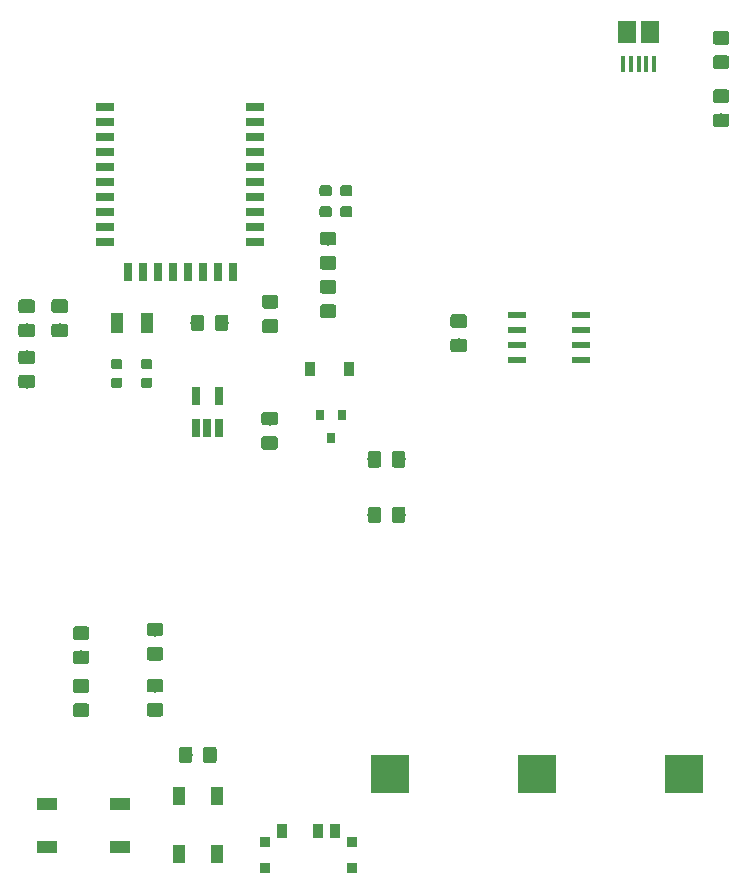
<source format=gbr>
G04 #@! TF.GenerationSoftware,KiCad,Pcbnew,(5.0.0)*
G04 #@! TF.CreationDate,2020-05-09T15:36:12-06:00*
G04 #@! TF.ProjectId,4x4_backpack,3478345F6261636B7061636B2E6B6963,rev?*
G04 #@! TF.SameCoordinates,Original*
G04 #@! TF.FileFunction,Paste,Top*
G04 #@! TF.FilePolarity,Positive*
%FSLAX46Y46*%
G04 Gerber Fmt 4.6, Leading zero omitted, Abs format (unit mm)*
G04 Created by KiCad (PCBNEW (5.0.0)) date 05/09/20 15:36:12*
%MOMM*%
%LPD*%
G01*
G04 APERTURE LIST*
%ADD10R,1.500000X1.900000*%
%ADD11R,0.400000X1.350000*%
%ADD12C,0.100000*%
%ADD13C,1.150000*%
%ADD14R,0.800000X0.900000*%
%ADD15R,3.250000X3.250000*%
%ADD16R,0.900000X1.250000*%
%ADD17R,0.900000X0.900000*%
%ADD18R,1.800000X1.100000*%
%ADD19C,0.875000*%
%ADD20R,0.900000X1.200000*%
%ADD21R,1.524000X0.635000*%
%ADD22R,0.635000X1.524000*%
%ADD23R,1.550000X0.600000*%
%ADD24R,0.650000X1.560000*%
%ADD25R,1.000000X1.800000*%
%ADD26C,0.950000*%
%ADD27R,1.000000X1.500000*%
G04 APERTURE END LIST*
D10*
G04 #@! TO.C,J17*
X138700000Y-77629500D03*
D11*
X140350000Y-80329500D03*
X141000000Y-80329500D03*
X138400000Y-80329500D03*
X139050000Y-80329500D03*
X139700000Y-80329500D03*
D10*
X140700000Y-77629500D03*
G04 #@! TD*
D12*
G04 #@! TO.C,C1*
G36*
X113885505Y-96581204D02*
X113909773Y-96584804D01*
X113933572Y-96590765D01*
X113956671Y-96599030D01*
X113978850Y-96609520D01*
X113999893Y-96622132D01*
X114019599Y-96636747D01*
X114037777Y-96653223D01*
X114054253Y-96671401D01*
X114068868Y-96691107D01*
X114081480Y-96712150D01*
X114091970Y-96734329D01*
X114100235Y-96757428D01*
X114106196Y-96781227D01*
X114109796Y-96805495D01*
X114111000Y-96829999D01*
X114111000Y-97480001D01*
X114109796Y-97504505D01*
X114106196Y-97528773D01*
X114100235Y-97552572D01*
X114091970Y-97575671D01*
X114081480Y-97597850D01*
X114068868Y-97618893D01*
X114054253Y-97638599D01*
X114037777Y-97656777D01*
X114019599Y-97673253D01*
X113999893Y-97687868D01*
X113978850Y-97700480D01*
X113956671Y-97710970D01*
X113933572Y-97719235D01*
X113909773Y-97725196D01*
X113885505Y-97728796D01*
X113861001Y-97730000D01*
X112960999Y-97730000D01*
X112936495Y-97728796D01*
X112912227Y-97725196D01*
X112888428Y-97719235D01*
X112865329Y-97710970D01*
X112843150Y-97700480D01*
X112822107Y-97687868D01*
X112802401Y-97673253D01*
X112784223Y-97656777D01*
X112767747Y-97638599D01*
X112753132Y-97618893D01*
X112740520Y-97597850D01*
X112730030Y-97575671D01*
X112721765Y-97552572D01*
X112715804Y-97528773D01*
X112712204Y-97504505D01*
X112711000Y-97480001D01*
X112711000Y-96829999D01*
X112712204Y-96805495D01*
X112715804Y-96781227D01*
X112721765Y-96757428D01*
X112730030Y-96734329D01*
X112740520Y-96712150D01*
X112753132Y-96691107D01*
X112767747Y-96671401D01*
X112784223Y-96653223D01*
X112802401Y-96636747D01*
X112822107Y-96622132D01*
X112843150Y-96609520D01*
X112865329Y-96599030D01*
X112888428Y-96590765D01*
X112912227Y-96584804D01*
X112936495Y-96581204D01*
X112960999Y-96580000D01*
X113861001Y-96580000D01*
X113885505Y-96581204D01*
X113885505Y-96581204D01*
G37*
D13*
X113411000Y-97155000D03*
D12*
G36*
X113885505Y-94531204D02*
X113909773Y-94534804D01*
X113933572Y-94540765D01*
X113956671Y-94549030D01*
X113978850Y-94559520D01*
X113999893Y-94572132D01*
X114019599Y-94586747D01*
X114037777Y-94603223D01*
X114054253Y-94621401D01*
X114068868Y-94641107D01*
X114081480Y-94662150D01*
X114091970Y-94684329D01*
X114100235Y-94707428D01*
X114106196Y-94731227D01*
X114109796Y-94755495D01*
X114111000Y-94779999D01*
X114111000Y-95430001D01*
X114109796Y-95454505D01*
X114106196Y-95478773D01*
X114100235Y-95502572D01*
X114091970Y-95525671D01*
X114081480Y-95547850D01*
X114068868Y-95568893D01*
X114054253Y-95588599D01*
X114037777Y-95606777D01*
X114019599Y-95623253D01*
X113999893Y-95637868D01*
X113978850Y-95650480D01*
X113956671Y-95660970D01*
X113933572Y-95669235D01*
X113909773Y-95675196D01*
X113885505Y-95678796D01*
X113861001Y-95680000D01*
X112960999Y-95680000D01*
X112936495Y-95678796D01*
X112912227Y-95675196D01*
X112888428Y-95669235D01*
X112865329Y-95660970D01*
X112843150Y-95650480D01*
X112822107Y-95637868D01*
X112802401Y-95623253D01*
X112784223Y-95606777D01*
X112767747Y-95588599D01*
X112753132Y-95568893D01*
X112740520Y-95547850D01*
X112730030Y-95525671D01*
X112721765Y-95502572D01*
X112715804Y-95478773D01*
X112712204Y-95454505D01*
X112711000Y-95430001D01*
X112711000Y-94779999D01*
X112712204Y-94755495D01*
X112715804Y-94731227D01*
X112721765Y-94707428D01*
X112730030Y-94684329D01*
X112740520Y-94662150D01*
X112753132Y-94641107D01*
X112767747Y-94621401D01*
X112784223Y-94603223D01*
X112802401Y-94586747D01*
X112822107Y-94572132D01*
X112843150Y-94559520D01*
X112865329Y-94549030D01*
X112888428Y-94540765D01*
X112912227Y-94534804D01*
X112936495Y-94531204D01*
X112960999Y-94530000D01*
X113861001Y-94530000D01*
X113885505Y-94531204D01*
X113885505Y-94531204D01*
G37*
D13*
X113411000Y-95105000D03*
G04 #@! TD*
D12*
G04 #@! TO.C,C2*
G36*
X117679505Y-117792204D02*
X117703773Y-117795804D01*
X117727572Y-117801765D01*
X117750671Y-117810030D01*
X117772850Y-117820520D01*
X117793893Y-117833132D01*
X117813599Y-117847747D01*
X117831777Y-117864223D01*
X117848253Y-117882401D01*
X117862868Y-117902107D01*
X117875480Y-117923150D01*
X117885970Y-117945329D01*
X117894235Y-117968428D01*
X117900196Y-117992227D01*
X117903796Y-118016495D01*
X117905000Y-118040999D01*
X117905000Y-118941001D01*
X117903796Y-118965505D01*
X117900196Y-118989773D01*
X117894235Y-119013572D01*
X117885970Y-119036671D01*
X117875480Y-119058850D01*
X117862868Y-119079893D01*
X117848253Y-119099599D01*
X117831777Y-119117777D01*
X117813599Y-119134253D01*
X117793893Y-119148868D01*
X117772850Y-119161480D01*
X117750671Y-119171970D01*
X117727572Y-119180235D01*
X117703773Y-119186196D01*
X117679505Y-119189796D01*
X117655001Y-119191000D01*
X117004999Y-119191000D01*
X116980495Y-119189796D01*
X116956227Y-119186196D01*
X116932428Y-119180235D01*
X116909329Y-119171970D01*
X116887150Y-119161480D01*
X116866107Y-119148868D01*
X116846401Y-119134253D01*
X116828223Y-119117777D01*
X116811747Y-119099599D01*
X116797132Y-119079893D01*
X116784520Y-119058850D01*
X116774030Y-119036671D01*
X116765765Y-119013572D01*
X116759804Y-118989773D01*
X116756204Y-118965505D01*
X116755000Y-118941001D01*
X116755000Y-118040999D01*
X116756204Y-118016495D01*
X116759804Y-117992227D01*
X116765765Y-117968428D01*
X116774030Y-117945329D01*
X116784520Y-117923150D01*
X116797132Y-117902107D01*
X116811747Y-117882401D01*
X116828223Y-117864223D01*
X116846401Y-117847747D01*
X116866107Y-117833132D01*
X116887150Y-117820520D01*
X116909329Y-117810030D01*
X116932428Y-117801765D01*
X116956227Y-117795804D01*
X116980495Y-117792204D01*
X117004999Y-117791000D01*
X117655001Y-117791000D01*
X117679505Y-117792204D01*
X117679505Y-117792204D01*
G37*
D13*
X117330000Y-118491000D03*
D12*
G36*
X119729505Y-117792204D02*
X119753773Y-117795804D01*
X119777572Y-117801765D01*
X119800671Y-117810030D01*
X119822850Y-117820520D01*
X119843893Y-117833132D01*
X119863599Y-117847747D01*
X119881777Y-117864223D01*
X119898253Y-117882401D01*
X119912868Y-117902107D01*
X119925480Y-117923150D01*
X119935970Y-117945329D01*
X119944235Y-117968428D01*
X119950196Y-117992227D01*
X119953796Y-118016495D01*
X119955000Y-118040999D01*
X119955000Y-118941001D01*
X119953796Y-118965505D01*
X119950196Y-118989773D01*
X119944235Y-119013572D01*
X119935970Y-119036671D01*
X119925480Y-119058850D01*
X119912868Y-119079893D01*
X119898253Y-119099599D01*
X119881777Y-119117777D01*
X119863599Y-119134253D01*
X119843893Y-119148868D01*
X119822850Y-119161480D01*
X119800671Y-119171970D01*
X119777572Y-119180235D01*
X119753773Y-119186196D01*
X119729505Y-119189796D01*
X119705001Y-119191000D01*
X119054999Y-119191000D01*
X119030495Y-119189796D01*
X119006227Y-119186196D01*
X118982428Y-119180235D01*
X118959329Y-119171970D01*
X118937150Y-119161480D01*
X118916107Y-119148868D01*
X118896401Y-119134253D01*
X118878223Y-119117777D01*
X118861747Y-119099599D01*
X118847132Y-119079893D01*
X118834520Y-119058850D01*
X118824030Y-119036671D01*
X118815765Y-119013572D01*
X118809804Y-118989773D01*
X118806204Y-118965505D01*
X118805000Y-118941001D01*
X118805000Y-118040999D01*
X118806204Y-118016495D01*
X118809804Y-117992227D01*
X118815765Y-117968428D01*
X118824030Y-117945329D01*
X118834520Y-117923150D01*
X118847132Y-117902107D01*
X118861747Y-117882401D01*
X118878223Y-117864223D01*
X118896401Y-117847747D01*
X118916107Y-117833132D01*
X118937150Y-117820520D01*
X118959329Y-117810030D01*
X118982428Y-117801765D01*
X119006227Y-117795804D01*
X119030495Y-117792204D01*
X119054999Y-117791000D01*
X119705001Y-117791000D01*
X119729505Y-117792204D01*
X119729505Y-117792204D01*
G37*
D13*
X119380000Y-118491000D03*
G04 #@! TD*
D12*
G04 #@! TO.C,C3*
G36*
X104743515Y-101536204D02*
X104767783Y-101539804D01*
X104791582Y-101545765D01*
X104814681Y-101554030D01*
X104836860Y-101564520D01*
X104857903Y-101577132D01*
X104877609Y-101591747D01*
X104895787Y-101608223D01*
X104912263Y-101626401D01*
X104926878Y-101646107D01*
X104939490Y-101667150D01*
X104949980Y-101689329D01*
X104958245Y-101712428D01*
X104964206Y-101736227D01*
X104967806Y-101760495D01*
X104969010Y-101784999D01*
X104969010Y-102685001D01*
X104967806Y-102709505D01*
X104964206Y-102733773D01*
X104958245Y-102757572D01*
X104949980Y-102780671D01*
X104939490Y-102802850D01*
X104926878Y-102823893D01*
X104912263Y-102843599D01*
X104895787Y-102861777D01*
X104877609Y-102878253D01*
X104857903Y-102892868D01*
X104836860Y-102905480D01*
X104814681Y-102915970D01*
X104791582Y-102924235D01*
X104767783Y-102930196D01*
X104743515Y-102933796D01*
X104719011Y-102935000D01*
X104069009Y-102935000D01*
X104044505Y-102933796D01*
X104020237Y-102930196D01*
X103996438Y-102924235D01*
X103973339Y-102915970D01*
X103951160Y-102905480D01*
X103930117Y-102892868D01*
X103910411Y-102878253D01*
X103892233Y-102861777D01*
X103875757Y-102843599D01*
X103861142Y-102823893D01*
X103848530Y-102802850D01*
X103838040Y-102780671D01*
X103829775Y-102757572D01*
X103823814Y-102733773D01*
X103820214Y-102709505D01*
X103819010Y-102685001D01*
X103819010Y-101784999D01*
X103820214Y-101760495D01*
X103823814Y-101736227D01*
X103829775Y-101712428D01*
X103838040Y-101689329D01*
X103848530Y-101667150D01*
X103861142Y-101646107D01*
X103875757Y-101626401D01*
X103892233Y-101608223D01*
X103910411Y-101591747D01*
X103930117Y-101577132D01*
X103951160Y-101564520D01*
X103973339Y-101554030D01*
X103996438Y-101545765D01*
X104020237Y-101539804D01*
X104044505Y-101536204D01*
X104069009Y-101535000D01*
X104719011Y-101535000D01*
X104743515Y-101536204D01*
X104743515Y-101536204D01*
G37*
D13*
X104394010Y-102235000D03*
D12*
G36*
X102693515Y-101536204D02*
X102717783Y-101539804D01*
X102741582Y-101545765D01*
X102764681Y-101554030D01*
X102786860Y-101564520D01*
X102807903Y-101577132D01*
X102827609Y-101591747D01*
X102845787Y-101608223D01*
X102862263Y-101626401D01*
X102876878Y-101646107D01*
X102889490Y-101667150D01*
X102899980Y-101689329D01*
X102908245Y-101712428D01*
X102914206Y-101736227D01*
X102917806Y-101760495D01*
X102919010Y-101784999D01*
X102919010Y-102685001D01*
X102917806Y-102709505D01*
X102914206Y-102733773D01*
X102908245Y-102757572D01*
X102899980Y-102780671D01*
X102889490Y-102802850D01*
X102876878Y-102823893D01*
X102862263Y-102843599D01*
X102845787Y-102861777D01*
X102827609Y-102878253D01*
X102807903Y-102892868D01*
X102786860Y-102905480D01*
X102764681Y-102915970D01*
X102741582Y-102924235D01*
X102717783Y-102930196D01*
X102693515Y-102933796D01*
X102669011Y-102935000D01*
X102019009Y-102935000D01*
X101994505Y-102933796D01*
X101970237Y-102930196D01*
X101946438Y-102924235D01*
X101923339Y-102915970D01*
X101901160Y-102905480D01*
X101880117Y-102892868D01*
X101860411Y-102878253D01*
X101842233Y-102861777D01*
X101825757Y-102843599D01*
X101811142Y-102823893D01*
X101798530Y-102802850D01*
X101788040Y-102780671D01*
X101779775Y-102757572D01*
X101773814Y-102733773D01*
X101770214Y-102709505D01*
X101769010Y-102685001D01*
X101769010Y-101784999D01*
X101770214Y-101760495D01*
X101773814Y-101736227D01*
X101779775Y-101712428D01*
X101788040Y-101689329D01*
X101798530Y-101667150D01*
X101811142Y-101646107D01*
X101825757Y-101626401D01*
X101842233Y-101608223D01*
X101860411Y-101591747D01*
X101880117Y-101577132D01*
X101901160Y-101564520D01*
X101923339Y-101554030D01*
X101946438Y-101545765D01*
X101970237Y-101539804D01*
X101994505Y-101536204D01*
X102019009Y-101535000D01*
X102669011Y-101535000D01*
X102693515Y-101536204D01*
X102693515Y-101536204D01*
G37*
D13*
X102344010Y-102235000D03*
G04 #@! TD*
D14*
G04 #@! TO.C,Q1*
X114615000Y-109998000D03*
X112715000Y-109998000D03*
X113665000Y-111998000D03*
G04 #@! TD*
D15*
G04 #@! TO.C,E1*
X143510000Y-140462000D03*
X118618000Y-140462000D03*
X131064000Y-140462000D03*
G04 #@! TD*
D16*
G04 #@! TO.C,SW1*
X112510000Y-145245000D03*
X114010000Y-145245000D03*
X109510000Y-145245000D03*
D17*
X108060000Y-148420000D03*
X108060000Y-146220000D03*
X115460000Y-146220000D03*
X115460000Y-148420000D03*
G04 #@! TD*
D18*
G04 #@! TO.C,SW2*
X95810000Y-146630000D03*
X89610000Y-146630000D03*
X95810000Y-142930000D03*
X89610000Y-142930000D03*
G04 #@! TD*
D12*
G04 #@! TO.C,C5*
G36*
X108932505Y-111821204D02*
X108956773Y-111824804D01*
X108980572Y-111830765D01*
X109003671Y-111839030D01*
X109025850Y-111849520D01*
X109046893Y-111862132D01*
X109066599Y-111876747D01*
X109084777Y-111893223D01*
X109101253Y-111911401D01*
X109115868Y-111931107D01*
X109128480Y-111952150D01*
X109138970Y-111974329D01*
X109147235Y-111997428D01*
X109153196Y-112021227D01*
X109156796Y-112045495D01*
X109158000Y-112069999D01*
X109158000Y-112720001D01*
X109156796Y-112744505D01*
X109153196Y-112768773D01*
X109147235Y-112792572D01*
X109138970Y-112815671D01*
X109128480Y-112837850D01*
X109115868Y-112858893D01*
X109101253Y-112878599D01*
X109084777Y-112896777D01*
X109066599Y-112913253D01*
X109046893Y-112927868D01*
X109025850Y-112940480D01*
X109003671Y-112950970D01*
X108980572Y-112959235D01*
X108956773Y-112965196D01*
X108932505Y-112968796D01*
X108908001Y-112970000D01*
X108007999Y-112970000D01*
X107983495Y-112968796D01*
X107959227Y-112965196D01*
X107935428Y-112959235D01*
X107912329Y-112950970D01*
X107890150Y-112940480D01*
X107869107Y-112927868D01*
X107849401Y-112913253D01*
X107831223Y-112896777D01*
X107814747Y-112878599D01*
X107800132Y-112858893D01*
X107787520Y-112837850D01*
X107777030Y-112815671D01*
X107768765Y-112792572D01*
X107762804Y-112768773D01*
X107759204Y-112744505D01*
X107758000Y-112720001D01*
X107758000Y-112069999D01*
X107759204Y-112045495D01*
X107762804Y-112021227D01*
X107768765Y-111997428D01*
X107777030Y-111974329D01*
X107787520Y-111952150D01*
X107800132Y-111931107D01*
X107814747Y-111911401D01*
X107831223Y-111893223D01*
X107849401Y-111876747D01*
X107869107Y-111862132D01*
X107890150Y-111849520D01*
X107912329Y-111839030D01*
X107935428Y-111830765D01*
X107959227Y-111824804D01*
X107983495Y-111821204D01*
X108007999Y-111820000D01*
X108908001Y-111820000D01*
X108932505Y-111821204D01*
X108932505Y-111821204D01*
G37*
D13*
X108458000Y-112395000D03*
D12*
G36*
X108932505Y-109771204D02*
X108956773Y-109774804D01*
X108980572Y-109780765D01*
X109003671Y-109789030D01*
X109025850Y-109799520D01*
X109046893Y-109812132D01*
X109066599Y-109826747D01*
X109084777Y-109843223D01*
X109101253Y-109861401D01*
X109115868Y-109881107D01*
X109128480Y-109902150D01*
X109138970Y-109924329D01*
X109147235Y-109947428D01*
X109153196Y-109971227D01*
X109156796Y-109995495D01*
X109158000Y-110019999D01*
X109158000Y-110670001D01*
X109156796Y-110694505D01*
X109153196Y-110718773D01*
X109147235Y-110742572D01*
X109138970Y-110765671D01*
X109128480Y-110787850D01*
X109115868Y-110808893D01*
X109101253Y-110828599D01*
X109084777Y-110846777D01*
X109066599Y-110863253D01*
X109046893Y-110877868D01*
X109025850Y-110890480D01*
X109003671Y-110900970D01*
X108980572Y-110909235D01*
X108956773Y-110915196D01*
X108932505Y-110918796D01*
X108908001Y-110920000D01*
X108007999Y-110920000D01*
X107983495Y-110918796D01*
X107959227Y-110915196D01*
X107935428Y-110909235D01*
X107912329Y-110900970D01*
X107890150Y-110890480D01*
X107869107Y-110877868D01*
X107849401Y-110863253D01*
X107831223Y-110846777D01*
X107814747Y-110828599D01*
X107800132Y-110808893D01*
X107787520Y-110787850D01*
X107777030Y-110765671D01*
X107768765Y-110742572D01*
X107762804Y-110718773D01*
X107759204Y-110694505D01*
X107758000Y-110670001D01*
X107758000Y-110019999D01*
X107759204Y-109995495D01*
X107762804Y-109971227D01*
X107768765Y-109947428D01*
X107777030Y-109924329D01*
X107787520Y-109902150D01*
X107800132Y-109881107D01*
X107814747Y-109861401D01*
X107831223Y-109843223D01*
X107849401Y-109826747D01*
X107869107Y-109812132D01*
X107890150Y-109799520D01*
X107912329Y-109789030D01*
X107935428Y-109780765D01*
X107959227Y-109774804D01*
X107983495Y-109771204D01*
X108007999Y-109770000D01*
X108908001Y-109770000D01*
X108932505Y-109771204D01*
X108932505Y-109771204D01*
G37*
D13*
X108458000Y-110345000D03*
G04 #@! TD*
D12*
G04 #@! TO.C,C6*
G36*
X88358505Y-102305204D02*
X88382773Y-102308804D01*
X88406572Y-102314765D01*
X88429671Y-102323030D01*
X88451850Y-102333520D01*
X88472893Y-102346132D01*
X88492599Y-102360747D01*
X88510777Y-102377223D01*
X88527253Y-102395401D01*
X88541868Y-102415107D01*
X88554480Y-102436150D01*
X88564970Y-102458329D01*
X88573235Y-102481428D01*
X88579196Y-102505227D01*
X88582796Y-102529495D01*
X88584000Y-102553999D01*
X88584000Y-103204001D01*
X88582796Y-103228505D01*
X88579196Y-103252773D01*
X88573235Y-103276572D01*
X88564970Y-103299671D01*
X88554480Y-103321850D01*
X88541868Y-103342893D01*
X88527253Y-103362599D01*
X88510777Y-103380777D01*
X88492599Y-103397253D01*
X88472893Y-103411868D01*
X88451850Y-103424480D01*
X88429671Y-103434970D01*
X88406572Y-103443235D01*
X88382773Y-103449196D01*
X88358505Y-103452796D01*
X88334001Y-103454000D01*
X87433999Y-103454000D01*
X87409495Y-103452796D01*
X87385227Y-103449196D01*
X87361428Y-103443235D01*
X87338329Y-103434970D01*
X87316150Y-103424480D01*
X87295107Y-103411868D01*
X87275401Y-103397253D01*
X87257223Y-103380777D01*
X87240747Y-103362599D01*
X87226132Y-103342893D01*
X87213520Y-103321850D01*
X87203030Y-103299671D01*
X87194765Y-103276572D01*
X87188804Y-103252773D01*
X87185204Y-103228505D01*
X87184000Y-103204001D01*
X87184000Y-102553999D01*
X87185204Y-102529495D01*
X87188804Y-102505227D01*
X87194765Y-102481428D01*
X87203030Y-102458329D01*
X87213520Y-102436150D01*
X87226132Y-102415107D01*
X87240747Y-102395401D01*
X87257223Y-102377223D01*
X87275401Y-102360747D01*
X87295107Y-102346132D01*
X87316150Y-102333520D01*
X87338329Y-102323030D01*
X87361428Y-102314765D01*
X87385227Y-102308804D01*
X87409495Y-102305204D01*
X87433999Y-102304000D01*
X88334001Y-102304000D01*
X88358505Y-102305204D01*
X88358505Y-102305204D01*
G37*
D13*
X87884000Y-102879000D03*
D12*
G36*
X88358505Y-100255204D02*
X88382773Y-100258804D01*
X88406572Y-100264765D01*
X88429671Y-100273030D01*
X88451850Y-100283520D01*
X88472893Y-100296132D01*
X88492599Y-100310747D01*
X88510777Y-100327223D01*
X88527253Y-100345401D01*
X88541868Y-100365107D01*
X88554480Y-100386150D01*
X88564970Y-100408329D01*
X88573235Y-100431428D01*
X88579196Y-100455227D01*
X88582796Y-100479495D01*
X88584000Y-100503999D01*
X88584000Y-101154001D01*
X88582796Y-101178505D01*
X88579196Y-101202773D01*
X88573235Y-101226572D01*
X88564970Y-101249671D01*
X88554480Y-101271850D01*
X88541868Y-101292893D01*
X88527253Y-101312599D01*
X88510777Y-101330777D01*
X88492599Y-101347253D01*
X88472893Y-101361868D01*
X88451850Y-101374480D01*
X88429671Y-101384970D01*
X88406572Y-101393235D01*
X88382773Y-101399196D01*
X88358505Y-101402796D01*
X88334001Y-101404000D01*
X87433999Y-101404000D01*
X87409495Y-101402796D01*
X87385227Y-101399196D01*
X87361428Y-101393235D01*
X87338329Y-101384970D01*
X87316150Y-101374480D01*
X87295107Y-101361868D01*
X87275401Y-101347253D01*
X87257223Y-101330777D01*
X87240747Y-101312599D01*
X87226132Y-101292893D01*
X87213520Y-101271850D01*
X87203030Y-101249671D01*
X87194765Y-101226572D01*
X87188804Y-101202773D01*
X87185204Y-101178505D01*
X87184000Y-101154001D01*
X87184000Y-100503999D01*
X87185204Y-100479495D01*
X87188804Y-100455227D01*
X87194765Y-100431428D01*
X87203030Y-100408329D01*
X87213520Y-100386150D01*
X87226132Y-100365107D01*
X87240747Y-100345401D01*
X87257223Y-100327223D01*
X87275401Y-100310747D01*
X87295107Y-100296132D01*
X87316150Y-100283520D01*
X87338329Y-100273030D01*
X87361428Y-100264765D01*
X87385227Y-100258804D01*
X87409495Y-100255204D01*
X87433999Y-100254000D01*
X88334001Y-100254000D01*
X88358505Y-100255204D01*
X88358505Y-100255204D01*
G37*
D13*
X87884000Y-100829000D03*
G04 #@! TD*
D12*
G04 #@! TO.C,C17*
G36*
X95781691Y-106878552D02*
X95802926Y-106881702D01*
X95823750Y-106886918D01*
X95843962Y-106894150D01*
X95863368Y-106903329D01*
X95881781Y-106914365D01*
X95899024Y-106927153D01*
X95914930Y-106941569D01*
X95929346Y-106957475D01*
X95942134Y-106974718D01*
X95953170Y-106993131D01*
X95962349Y-107012537D01*
X95969581Y-107032749D01*
X95974797Y-107053573D01*
X95977947Y-107074808D01*
X95979000Y-107096249D01*
X95979000Y-107533749D01*
X95977947Y-107555190D01*
X95974797Y-107576425D01*
X95969581Y-107597249D01*
X95962349Y-107617461D01*
X95953170Y-107636867D01*
X95942134Y-107655280D01*
X95929346Y-107672523D01*
X95914930Y-107688429D01*
X95899024Y-107702845D01*
X95881781Y-107715633D01*
X95863368Y-107726669D01*
X95843962Y-107735848D01*
X95823750Y-107743080D01*
X95802926Y-107748296D01*
X95781691Y-107751446D01*
X95760250Y-107752499D01*
X95247750Y-107752499D01*
X95226309Y-107751446D01*
X95205074Y-107748296D01*
X95184250Y-107743080D01*
X95164038Y-107735848D01*
X95144632Y-107726669D01*
X95126219Y-107715633D01*
X95108976Y-107702845D01*
X95093070Y-107688429D01*
X95078654Y-107672523D01*
X95065866Y-107655280D01*
X95054830Y-107636867D01*
X95045651Y-107617461D01*
X95038419Y-107597249D01*
X95033203Y-107576425D01*
X95030053Y-107555190D01*
X95029000Y-107533749D01*
X95029000Y-107096249D01*
X95030053Y-107074808D01*
X95033203Y-107053573D01*
X95038419Y-107032749D01*
X95045651Y-107012537D01*
X95054830Y-106993131D01*
X95065866Y-106974718D01*
X95078654Y-106957475D01*
X95093070Y-106941569D01*
X95108976Y-106927153D01*
X95126219Y-106914365D01*
X95144632Y-106903329D01*
X95164038Y-106894150D01*
X95184250Y-106886918D01*
X95205074Y-106881702D01*
X95226309Y-106878552D01*
X95247750Y-106877499D01*
X95760250Y-106877499D01*
X95781691Y-106878552D01*
X95781691Y-106878552D01*
G37*
D19*
X95504000Y-107314999D03*
D12*
G36*
X95781691Y-105303552D02*
X95802926Y-105306702D01*
X95823750Y-105311918D01*
X95843962Y-105319150D01*
X95863368Y-105328329D01*
X95881781Y-105339365D01*
X95899024Y-105352153D01*
X95914930Y-105366569D01*
X95929346Y-105382475D01*
X95942134Y-105399718D01*
X95953170Y-105418131D01*
X95962349Y-105437537D01*
X95969581Y-105457749D01*
X95974797Y-105478573D01*
X95977947Y-105499808D01*
X95979000Y-105521249D01*
X95979000Y-105958749D01*
X95977947Y-105980190D01*
X95974797Y-106001425D01*
X95969581Y-106022249D01*
X95962349Y-106042461D01*
X95953170Y-106061867D01*
X95942134Y-106080280D01*
X95929346Y-106097523D01*
X95914930Y-106113429D01*
X95899024Y-106127845D01*
X95881781Y-106140633D01*
X95863368Y-106151669D01*
X95843962Y-106160848D01*
X95823750Y-106168080D01*
X95802926Y-106173296D01*
X95781691Y-106176446D01*
X95760250Y-106177499D01*
X95247750Y-106177499D01*
X95226309Y-106176446D01*
X95205074Y-106173296D01*
X95184250Y-106168080D01*
X95164038Y-106160848D01*
X95144632Y-106151669D01*
X95126219Y-106140633D01*
X95108976Y-106127845D01*
X95093070Y-106113429D01*
X95078654Y-106097523D01*
X95065866Y-106080280D01*
X95054830Y-106061867D01*
X95045651Y-106042461D01*
X95038419Y-106022249D01*
X95033203Y-106001425D01*
X95030053Y-105980190D01*
X95029000Y-105958749D01*
X95029000Y-105521249D01*
X95030053Y-105499808D01*
X95033203Y-105478573D01*
X95038419Y-105457749D01*
X95045651Y-105437537D01*
X95054830Y-105418131D01*
X95065866Y-105399718D01*
X95078654Y-105382475D01*
X95093070Y-105366569D01*
X95108976Y-105352153D01*
X95126219Y-105339365D01*
X95144632Y-105328329D01*
X95164038Y-105319150D01*
X95184250Y-105311918D01*
X95205074Y-105306702D01*
X95226309Y-105303552D01*
X95247750Y-105302499D01*
X95760250Y-105302499D01*
X95781691Y-105303552D01*
X95781691Y-105303552D01*
G37*
D19*
X95504000Y-105739999D03*
G04 #@! TD*
D12*
G04 #@! TO.C,C18*
G36*
X98321691Y-105303549D02*
X98342926Y-105306699D01*
X98363750Y-105311915D01*
X98383962Y-105319147D01*
X98403368Y-105328326D01*
X98421781Y-105339362D01*
X98439024Y-105352150D01*
X98454930Y-105366566D01*
X98469346Y-105382472D01*
X98482134Y-105399715D01*
X98493170Y-105418128D01*
X98502349Y-105437534D01*
X98509581Y-105457746D01*
X98514797Y-105478570D01*
X98517947Y-105499805D01*
X98519000Y-105521246D01*
X98519000Y-105958746D01*
X98517947Y-105980187D01*
X98514797Y-106001422D01*
X98509581Y-106022246D01*
X98502349Y-106042458D01*
X98493170Y-106061864D01*
X98482134Y-106080277D01*
X98469346Y-106097520D01*
X98454930Y-106113426D01*
X98439024Y-106127842D01*
X98421781Y-106140630D01*
X98403368Y-106151666D01*
X98383962Y-106160845D01*
X98363750Y-106168077D01*
X98342926Y-106173293D01*
X98321691Y-106176443D01*
X98300250Y-106177496D01*
X97787750Y-106177496D01*
X97766309Y-106176443D01*
X97745074Y-106173293D01*
X97724250Y-106168077D01*
X97704038Y-106160845D01*
X97684632Y-106151666D01*
X97666219Y-106140630D01*
X97648976Y-106127842D01*
X97633070Y-106113426D01*
X97618654Y-106097520D01*
X97605866Y-106080277D01*
X97594830Y-106061864D01*
X97585651Y-106042458D01*
X97578419Y-106022246D01*
X97573203Y-106001422D01*
X97570053Y-105980187D01*
X97569000Y-105958746D01*
X97569000Y-105521246D01*
X97570053Y-105499805D01*
X97573203Y-105478570D01*
X97578419Y-105457746D01*
X97585651Y-105437534D01*
X97594830Y-105418128D01*
X97605866Y-105399715D01*
X97618654Y-105382472D01*
X97633070Y-105366566D01*
X97648976Y-105352150D01*
X97666219Y-105339362D01*
X97684632Y-105328326D01*
X97704038Y-105319147D01*
X97724250Y-105311915D01*
X97745074Y-105306699D01*
X97766309Y-105303549D01*
X97787750Y-105302496D01*
X98300250Y-105302496D01*
X98321691Y-105303549D01*
X98321691Y-105303549D01*
G37*
D19*
X98044000Y-105739996D03*
D12*
G36*
X98321691Y-106878549D02*
X98342926Y-106881699D01*
X98363750Y-106886915D01*
X98383962Y-106894147D01*
X98403368Y-106903326D01*
X98421781Y-106914362D01*
X98439024Y-106927150D01*
X98454930Y-106941566D01*
X98469346Y-106957472D01*
X98482134Y-106974715D01*
X98493170Y-106993128D01*
X98502349Y-107012534D01*
X98509581Y-107032746D01*
X98514797Y-107053570D01*
X98517947Y-107074805D01*
X98519000Y-107096246D01*
X98519000Y-107533746D01*
X98517947Y-107555187D01*
X98514797Y-107576422D01*
X98509581Y-107597246D01*
X98502349Y-107617458D01*
X98493170Y-107636864D01*
X98482134Y-107655277D01*
X98469346Y-107672520D01*
X98454930Y-107688426D01*
X98439024Y-107702842D01*
X98421781Y-107715630D01*
X98403368Y-107726666D01*
X98383962Y-107735845D01*
X98363750Y-107743077D01*
X98342926Y-107748293D01*
X98321691Y-107751443D01*
X98300250Y-107752496D01*
X97787750Y-107752496D01*
X97766309Y-107751443D01*
X97745074Y-107748293D01*
X97724250Y-107743077D01*
X97704038Y-107735845D01*
X97684632Y-107726666D01*
X97666219Y-107715630D01*
X97648976Y-107702842D01*
X97633070Y-107688426D01*
X97618654Y-107672520D01*
X97605866Y-107655277D01*
X97594830Y-107636864D01*
X97585651Y-107617458D01*
X97578419Y-107597246D01*
X97573203Y-107576422D01*
X97570053Y-107555187D01*
X97569000Y-107533746D01*
X97569000Y-107096246D01*
X97570053Y-107074805D01*
X97573203Y-107053570D01*
X97578419Y-107032746D01*
X97585651Y-107012534D01*
X97594830Y-106993128D01*
X97605866Y-106974715D01*
X97618654Y-106957472D01*
X97633070Y-106941566D01*
X97648976Y-106927150D01*
X97666219Y-106914362D01*
X97684632Y-106903326D01*
X97704038Y-106894147D01*
X97724250Y-106886915D01*
X97745074Y-106881699D01*
X97766309Y-106878549D01*
X97787750Y-106877496D01*
X98300250Y-106877496D01*
X98321691Y-106878549D01*
X98321691Y-106878549D01*
G37*
D19*
X98044000Y-107314996D03*
G04 #@! TD*
D20*
G04 #@! TO.C,D1*
X111888000Y-106172000D03*
X115188000Y-106172000D03*
G04 #@! TD*
D12*
G04 #@! TO.C,D2*
G36*
X147159505Y-79581191D02*
X147183773Y-79584791D01*
X147207572Y-79590752D01*
X147230671Y-79599017D01*
X147252850Y-79609507D01*
X147273893Y-79622119D01*
X147293599Y-79636734D01*
X147311777Y-79653210D01*
X147328253Y-79671388D01*
X147342868Y-79691094D01*
X147355480Y-79712137D01*
X147365970Y-79734316D01*
X147374235Y-79757415D01*
X147380196Y-79781214D01*
X147383796Y-79805482D01*
X147385000Y-79829986D01*
X147385000Y-80479988D01*
X147383796Y-80504492D01*
X147380196Y-80528760D01*
X147374235Y-80552559D01*
X147365970Y-80575658D01*
X147355480Y-80597837D01*
X147342868Y-80618880D01*
X147328253Y-80638586D01*
X147311777Y-80656764D01*
X147293599Y-80673240D01*
X147273893Y-80687855D01*
X147252850Y-80700467D01*
X147230671Y-80710957D01*
X147207572Y-80719222D01*
X147183773Y-80725183D01*
X147159505Y-80728783D01*
X147135001Y-80729987D01*
X146234999Y-80729987D01*
X146210495Y-80728783D01*
X146186227Y-80725183D01*
X146162428Y-80719222D01*
X146139329Y-80710957D01*
X146117150Y-80700467D01*
X146096107Y-80687855D01*
X146076401Y-80673240D01*
X146058223Y-80656764D01*
X146041747Y-80638586D01*
X146027132Y-80618880D01*
X146014520Y-80597837D01*
X146004030Y-80575658D01*
X145995765Y-80552559D01*
X145989804Y-80528760D01*
X145986204Y-80504492D01*
X145985000Y-80479988D01*
X145985000Y-79829986D01*
X145986204Y-79805482D01*
X145989804Y-79781214D01*
X145995765Y-79757415D01*
X146004030Y-79734316D01*
X146014520Y-79712137D01*
X146027132Y-79691094D01*
X146041747Y-79671388D01*
X146058223Y-79653210D01*
X146076401Y-79636734D01*
X146096107Y-79622119D01*
X146117150Y-79609507D01*
X146139329Y-79599017D01*
X146162428Y-79590752D01*
X146186227Y-79584791D01*
X146210495Y-79581191D01*
X146234999Y-79579987D01*
X147135001Y-79579987D01*
X147159505Y-79581191D01*
X147159505Y-79581191D01*
G37*
D13*
X146685000Y-80154987D03*
D12*
G36*
X147159505Y-77531191D02*
X147183773Y-77534791D01*
X147207572Y-77540752D01*
X147230671Y-77549017D01*
X147252850Y-77559507D01*
X147273893Y-77572119D01*
X147293599Y-77586734D01*
X147311777Y-77603210D01*
X147328253Y-77621388D01*
X147342868Y-77641094D01*
X147355480Y-77662137D01*
X147365970Y-77684316D01*
X147374235Y-77707415D01*
X147380196Y-77731214D01*
X147383796Y-77755482D01*
X147385000Y-77779986D01*
X147385000Y-78429988D01*
X147383796Y-78454492D01*
X147380196Y-78478760D01*
X147374235Y-78502559D01*
X147365970Y-78525658D01*
X147355480Y-78547837D01*
X147342868Y-78568880D01*
X147328253Y-78588586D01*
X147311777Y-78606764D01*
X147293599Y-78623240D01*
X147273893Y-78637855D01*
X147252850Y-78650467D01*
X147230671Y-78660957D01*
X147207572Y-78669222D01*
X147183773Y-78675183D01*
X147159505Y-78678783D01*
X147135001Y-78679987D01*
X146234999Y-78679987D01*
X146210495Y-78678783D01*
X146186227Y-78675183D01*
X146162428Y-78669222D01*
X146139329Y-78660957D01*
X146117150Y-78650467D01*
X146096107Y-78637855D01*
X146076401Y-78623240D01*
X146058223Y-78606764D01*
X146041747Y-78588586D01*
X146027132Y-78568880D01*
X146014520Y-78547837D01*
X146004030Y-78525658D01*
X145995765Y-78502559D01*
X145989804Y-78478760D01*
X145986204Y-78454492D01*
X145985000Y-78429988D01*
X145985000Y-77779986D01*
X145986204Y-77755482D01*
X145989804Y-77731214D01*
X145995765Y-77707415D01*
X146004030Y-77684316D01*
X146014520Y-77662137D01*
X146027132Y-77641094D01*
X146041747Y-77621388D01*
X146058223Y-77603210D01*
X146076401Y-77586734D01*
X146096107Y-77572119D01*
X146117150Y-77559507D01*
X146139329Y-77549017D01*
X146162428Y-77540752D01*
X146186227Y-77534791D01*
X146210495Y-77531191D01*
X146234999Y-77529987D01*
X147135001Y-77529987D01*
X147159505Y-77531191D01*
X147159505Y-77531191D01*
G37*
D13*
X146685000Y-78104987D03*
G04 #@! TD*
D12*
G04 #@! TO.C,R1*
G36*
X113885505Y-98613203D02*
X113909773Y-98616803D01*
X113933572Y-98622764D01*
X113956671Y-98631029D01*
X113978850Y-98641519D01*
X113999893Y-98654131D01*
X114019599Y-98668746D01*
X114037777Y-98685222D01*
X114054253Y-98703400D01*
X114068868Y-98723106D01*
X114081480Y-98744149D01*
X114091970Y-98766328D01*
X114100235Y-98789427D01*
X114106196Y-98813226D01*
X114109796Y-98837494D01*
X114111000Y-98861998D01*
X114111000Y-99512000D01*
X114109796Y-99536504D01*
X114106196Y-99560772D01*
X114100235Y-99584571D01*
X114091970Y-99607670D01*
X114081480Y-99629849D01*
X114068868Y-99650892D01*
X114054253Y-99670598D01*
X114037777Y-99688776D01*
X114019599Y-99705252D01*
X113999893Y-99719867D01*
X113978850Y-99732479D01*
X113956671Y-99742969D01*
X113933572Y-99751234D01*
X113909773Y-99757195D01*
X113885505Y-99760795D01*
X113861001Y-99761999D01*
X112960999Y-99761999D01*
X112936495Y-99760795D01*
X112912227Y-99757195D01*
X112888428Y-99751234D01*
X112865329Y-99742969D01*
X112843150Y-99732479D01*
X112822107Y-99719867D01*
X112802401Y-99705252D01*
X112784223Y-99688776D01*
X112767747Y-99670598D01*
X112753132Y-99650892D01*
X112740520Y-99629849D01*
X112730030Y-99607670D01*
X112721765Y-99584571D01*
X112715804Y-99560772D01*
X112712204Y-99536504D01*
X112711000Y-99512000D01*
X112711000Y-98861998D01*
X112712204Y-98837494D01*
X112715804Y-98813226D01*
X112721765Y-98789427D01*
X112730030Y-98766328D01*
X112740520Y-98744149D01*
X112753132Y-98723106D01*
X112767747Y-98703400D01*
X112784223Y-98685222D01*
X112802401Y-98668746D01*
X112822107Y-98654131D01*
X112843150Y-98641519D01*
X112865329Y-98631029D01*
X112888428Y-98622764D01*
X112912227Y-98616803D01*
X112936495Y-98613203D01*
X112960999Y-98611999D01*
X113861001Y-98611999D01*
X113885505Y-98613203D01*
X113885505Y-98613203D01*
G37*
D13*
X113411000Y-99186999D03*
D12*
G36*
X113885505Y-100663203D02*
X113909773Y-100666803D01*
X113933572Y-100672764D01*
X113956671Y-100681029D01*
X113978850Y-100691519D01*
X113999893Y-100704131D01*
X114019599Y-100718746D01*
X114037777Y-100735222D01*
X114054253Y-100753400D01*
X114068868Y-100773106D01*
X114081480Y-100794149D01*
X114091970Y-100816328D01*
X114100235Y-100839427D01*
X114106196Y-100863226D01*
X114109796Y-100887494D01*
X114111000Y-100911998D01*
X114111000Y-101562000D01*
X114109796Y-101586504D01*
X114106196Y-101610772D01*
X114100235Y-101634571D01*
X114091970Y-101657670D01*
X114081480Y-101679849D01*
X114068868Y-101700892D01*
X114054253Y-101720598D01*
X114037777Y-101738776D01*
X114019599Y-101755252D01*
X113999893Y-101769867D01*
X113978850Y-101782479D01*
X113956671Y-101792969D01*
X113933572Y-101801234D01*
X113909773Y-101807195D01*
X113885505Y-101810795D01*
X113861001Y-101811999D01*
X112960999Y-101811999D01*
X112936495Y-101810795D01*
X112912227Y-101807195D01*
X112888428Y-101801234D01*
X112865329Y-101792969D01*
X112843150Y-101782479D01*
X112822107Y-101769867D01*
X112802401Y-101755252D01*
X112784223Y-101738776D01*
X112767747Y-101720598D01*
X112753132Y-101700892D01*
X112740520Y-101679849D01*
X112730030Y-101657670D01*
X112721765Y-101634571D01*
X112715804Y-101610772D01*
X112712204Y-101586504D01*
X112711000Y-101562000D01*
X112711000Y-100911998D01*
X112712204Y-100887494D01*
X112715804Y-100863226D01*
X112721765Y-100839427D01*
X112730030Y-100816328D01*
X112740520Y-100794149D01*
X112753132Y-100773106D01*
X112767747Y-100753400D01*
X112784223Y-100735222D01*
X112802401Y-100718746D01*
X112822107Y-100704131D01*
X112843150Y-100691519D01*
X112865329Y-100681029D01*
X112888428Y-100672764D01*
X112912227Y-100666803D01*
X112936495Y-100663203D01*
X112960999Y-100661999D01*
X113861001Y-100661999D01*
X113885505Y-100663203D01*
X113885505Y-100663203D01*
G37*
D13*
X113411000Y-101236999D03*
G04 #@! TD*
D12*
G04 #@! TO.C,R2*
G36*
X117679505Y-113093204D02*
X117703773Y-113096804D01*
X117727572Y-113102765D01*
X117750671Y-113111030D01*
X117772850Y-113121520D01*
X117793893Y-113134132D01*
X117813599Y-113148747D01*
X117831777Y-113165223D01*
X117848253Y-113183401D01*
X117862868Y-113203107D01*
X117875480Y-113224150D01*
X117885970Y-113246329D01*
X117894235Y-113269428D01*
X117900196Y-113293227D01*
X117903796Y-113317495D01*
X117905000Y-113341999D01*
X117905000Y-114242001D01*
X117903796Y-114266505D01*
X117900196Y-114290773D01*
X117894235Y-114314572D01*
X117885970Y-114337671D01*
X117875480Y-114359850D01*
X117862868Y-114380893D01*
X117848253Y-114400599D01*
X117831777Y-114418777D01*
X117813599Y-114435253D01*
X117793893Y-114449868D01*
X117772850Y-114462480D01*
X117750671Y-114472970D01*
X117727572Y-114481235D01*
X117703773Y-114487196D01*
X117679505Y-114490796D01*
X117655001Y-114492000D01*
X117004999Y-114492000D01*
X116980495Y-114490796D01*
X116956227Y-114487196D01*
X116932428Y-114481235D01*
X116909329Y-114472970D01*
X116887150Y-114462480D01*
X116866107Y-114449868D01*
X116846401Y-114435253D01*
X116828223Y-114418777D01*
X116811747Y-114400599D01*
X116797132Y-114380893D01*
X116784520Y-114359850D01*
X116774030Y-114337671D01*
X116765765Y-114314572D01*
X116759804Y-114290773D01*
X116756204Y-114266505D01*
X116755000Y-114242001D01*
X116755000Y-113341999D01*
X116756204Y-113317495D01*
X116759804Y-113293227D01*
X116765765Y-113269428D01*
X116774030Y-113246329D01*
X116784520Y-113224150D01*
X116797132Y-113203107D01*
X116811747Y-113183401D01*
X116828223Y-113165223D01*
X116846401Y-113148747D01*
X116866107Y-113134132D01*
X116887150Y-113121520D01*
X116909329Y-113111030D01*
X116932428Y-113102765D01*
X116956227Y-113096804D01*
X116980495Y-113093204D01*
X117004999Y-113092000D01*
X117655001Y-113092000D01*
X117679505Y-113093204D01*
X117679505Y-113093204D01*
G37*
D13*
X117330000Y-113792000D03*
D12*
G36*
X119729505Y-113093204D02*
X119753773Y-113096804D01*
X119777572Y-113102765D01*
X119800671Y-113111030D01*
X119822850Y-113121520D01*
X119843893Y-113134132D01*
X119863599Y-113148747D01*
X119881777Y-113165223D01*
X119898253Y-113183401D01*
X119912868Y-113203107D01*
X119925480Y-113224150D01*
X119935970Y-113246329D01*
X119944235Y-113269428D01*
X119950196Y-113293227D01*
X119953796Y-113317495D01*
X119955000Y-113341999D01*
X119955000Y-114242001D01*
X119953796Y-114266505D01*
X119950196Y-114290773D01*
X119944235Y-114314572D01*
X119935970Y-114337671D01*
X119925480Y-114359850D01*
X119912868Y-114380893D01*
X119898253Y-114400599D01*
X119881777Y-114418777D01*
X119863599Y-114435253D01*
X119843893Y-114449868D01*
X119822850Y-114462480D01*
X119800671Y-114472970D01*
X119777572Y-114481235D01*
X119753773Y-114487196D01*
X119729505Y-114490796D01*
X119705001Y-114492000D01*
X119054999Y-114492000D01*
X119030495Y-114490796D01*
X119006227Y-114487196D01*
X118982428Y-114481235D01*
X118959329Y-114472970D01*
X118937150Y-114462480D01*
X118916107Y-114449868D01*
X118896401Y-114435253D01*
X118878223Y-114418777D01*
X118861747Y-114400599D01*
X118847132Y-114380893D01*
X118834520Y-114359850D01*
X118824030Y-114337671D01*
X118815765Y-114314572D01*
X118809804Y-114290773D01*
X118806204Y-114266505D01*
X118805000Y-114242001D01*
X118805000Y-113341999D01*
X118806204Y-113317495D01*
X118809804Y-113293227D01*
X118815765Y-113269428D01*
X118824030Y-113246329D01*
X118834520Y-113224150D01*
X118847132Y-113203107D01*
X118861747Y-113183401D01*
X118878223Y-113165223D01*
X118896401Y-113148747D01*
X118916107Y-113134132D01*
X118937150Y-113121520D01*
X118959329Y-113111030D01*
X118982428Y-113102765D01*
X119006227Y-113096804D01*
X119030495Y-113093204D01*
X119054999Y-113092000D01*
X119705001Y-113092000D01*
X119729505Y-113093204D01*
X119729505Y-113093204D01*
G37*
D13*
X119380000Y-113792000D03*
G04 #@! TD*
D12*
G04 #@! TO.C,R3*
G36*
X124934505Y-103566204D02*
X124958773Y-103569804D01*
X124982572Y-103575765D01*
X125005671Y-103584030D01*
X125027850Y-103594520D01*
X125048893Y-103607132D01*
X125068599Y-103621747D01*
X125086777Y-103638223D01*
X125103253Y-103656401D01*
X125117868Y-103676107D01*
X125130480Y-103697150D01*
X125140970Y-103719329D01*
X125149235Y-103742428D01*
X125155196Y-103766227D01*
X125158796Y-103790495D01*
X125160000Y-103814999D01*
X125160000Y-104465001D01*
X125158796Y-104489505D01*
X125155196Y-104513773D01*
X125149235Y-104537572D01*
X125140970Y-104560671D01*
X125130480Y-104582850D01*
X125117868Y-104603893D01*
X125103253Y-104623599D01*
X125086777Y-104641777D01*
X125068599Y-104658253D01*
X125048893Y-104672868D01*
X125027850Y-104685480D01*
X125005671Y-104695970D01*
X124982572Y-104704235D01*
X124958773Y-104710196D01*
X124934505Y-104713796D01*
X124910001Y-104715000D01*
X124009999Y-104715000D01*
X123985495Y-104713796D01*
X123961227Y-104710196D01*
X123937428Y-104704235D01*
X123914329Y-104695970D01*
X123892150Y-104685480D01*
X123871107Y-104672868D01*
X123851401Y-104658253D01*
X123833223Y-104641777D01*
X123816747Y-104623599D01*
X123802132Y-104603893D01*
X123789520Y-104582850D01*
X123779030Y-104560671D01*
X123770765Y-104537572D01*
X123764804Y-104513773D01*
X123761204Y-104489505D01*
X123760000Y-104465001D01*
X123760000Y-103814999D01*
X123761204Y-103790495D01*
X123764804Y-103766227D01*
X123770765Y-103742428D01*
X123779030Y-103719329D01*
X123789520Y-103697150D01*
X123802132Y-103676107D01*
X123816747Y-103656401D01*
X123833223Y-103638223D01*
X123851401Y-103621747D01*
X123871107Y-103607132D01*
X123892150Y-103594520D01*
X123914329Y-103584030D01*
X123937428Y-103575765D01*
X123961227Y-103569804D01*
X123985495Y-103566204D01*
X124009999Y-103565000D01*
X124910001Y-103565000D01*
X124934505Y-103566204D01*
X124934505Y-103566204D01*
G37*
D13*
X124460000Y-104140000D03*
D12*
G36*
X124934505Y-101516204D02*
X124958773Y-101519804D01*
X124982572Y-101525765D01*
X125005671Y-101534030D01*
X125027850Y-101544520D01*
X125048893Y-101557132D01*
X125068599Y-101571747D01*
X125086777Y-101588223D01*
X125103253Y-101606401D01*
X125117868Y-101626107D01*
X125130480Y-101647150D01*
X125140970Y-101669329D01*
X125149235Y-101692428D01*
X125155196Y-101716227D01*
X125158796Y-101740495D01*
X125160000Y-101764999D01*
X125160000Y-102415001D01*
X125158796Y-102439505D01*
X125155196Y-102463773D01*
X125149235Y-102487572D01*
X125140970Y-102510671D01*
X125130480Y-102532850D01*
X125117868Y-102553893D01*
X125103253Y-102573599D01*
X125086777Y-102591777D01*
X125068599Y-102608253D01*
X125048893Y-102622868D01*
X125027850Y-102635480D01*
X125005671Y-102645970D01*
X124982572Y-102654235D01*
X124958773Y-102660196D01*
X124934505Y-102663796D01*
X124910001Y-102665000D01*
X124009999Y-102665000D01*
X123985495Y-102663796D01*
X123961227Y-102660196D01*
X123937428Y-102654235D01*
X123914329Y-102645970D01*
X123892150Y-102635480D01*
X123871107Y-102622868D01*
X123851401Y-102608253D01*
X123833223Y-102591777D01*
X123816747Y-102573599D01*
X123802132Y-102553893D01*
X123789520Y-102532850D01*
X123779030Y-102510671D01*
X123770765Y-102487572D01*
X123764804Y-102463773D01*
X123761204Y-102439505D01*
X123760000Y-102415001D01*
X123760000Y-101764999D01*
X123761204Y-101740495D01*
X123764804Y-101716227D01*
X123770765Y-101692428D01*
X123779030Y-101669329D01*
X123789520Y-101647150D01*
X123802132Y-101626107D01*
X123816747Y-101606401D01*
X123833223Y-101588223D01*
X123851401Y-101571747D01*
X123871107Y-101557132D01*
X123892150Y-101544520D01*
X123914329Y-101534030D01*
X123937428Y-101525765D01*
X123961227Y-101519804D01*
X123985495Y-101516204D01*
X124009999Y-101515000D01*
X124910001Y-101515000D01*
X124934505Y-101516204D01*
X124934505Y-101516204D01*
G37*
D13*
X124460000Y-102090000D03*
G04 #@! TD*
D12*
G04 #@! TO.C,R4*
G36*
X88358505Y-104582203D02*
X88382773Y-104585803D01*
X88406572Y-104591764D01*
X88429671Y-104600029D01*
X88451850Y-104610519D01*
X88472893Y-104623131D01*
X88492599Y-104637746D01*
X88510777Y-104654222D01*
X88527253Y-104672400D01*
X88541868Y-104692106D01*
X88554480Y-104713149D01*
X88564970Y-104735328D01*
X88573235Y-104758427D01*
X88579196Y-104782226D01*
X88582796Y-104806494D01*
X88584000Y-104830998D01*
X88584000Y-105481000D01*
X88582796Y-105505504D01*
X88579196Y-105529772D01*
X88573235Y-105553571D01*
X88564970Y-105576670D01*
X88554480Y-105598849D01*
X88541868Y-105619892D01*
X88527253Y-105639598D01*
X88510777Y-105657776D01*
X88492599Y-105674252D01*
X88472893Y-105688867D01*
X88451850Y-105701479D01*
X88429671Y-105711969D01*
X88406572Y-105720234D01*
X88382773Y-105726195D01*
X88358505Y-105729795D01*
X88334001Y-105730999D01*
X87433999Y-105730999D01*
X87409495Y-105729795D01*
X87385227Y-105726195D01*
X87361428Y-105720234D01*
X87338329Y-105711969D01*
X87316150Y-105701479D01*
X87295107Y-105688867D01*
X87275401Y-105674252D01*
X87257223Y-105657776D01*
X87240747Y-105639598D01*
X87226132Y-105619892D01*
X87213520Y-105598849D01*
X87203030Y-105576670D01*
X87194765Y-105553571D01*
X87188804Y-105529772D01*
X87185204Y-105505504D01*
X87184000Y-105481000D01*
X87184000Y-104830998D01*
X87185204Y-104806494D01*
X87188804Y-104782226D01*
X87194765Y-104758427D01*
X87203030Y-104735328D01*
X87213520Y-104713149D01*
X87226132Y-104692106D01*
X87240747Y-104672400D01*
X87257223Y-104654222D01*
X87275401Y-104637746D01*
X87295107Y-104623131D01*
X87316150Y-104610519D01*
X87338329Y-104600029D01*
X87361428Y-104591764D01*
X87385227Y-104585803D01*
X87409495Y-104582203D01*
X87433999Y-104580999D01*
X88334001Y-104580999D01*
X88358505Y-104582203D01*
X88358505Y-104582203D01*
G37*
D13*
X87884000Y-105155999D03*
D12*
G36*
X88358505Y-106632203D02*
X88382773Y-106635803D01*
X88406572Y-106641764D01*
X88429671Y-106650029D01*
X88451850Y-106660519D01*
X88472893Y-106673131D01*
X88492599Y-106687746D01*
X88510777Y-106704222D01*
X88527253Y-106722400D01*
X88541868Y-106742106D01*
X88554480Y-106763149D01*
X88564970Y-106785328D01*
X88573235Y-106808427D01*
X88579196Y-106832226D01*
X88582796Y-106856494D01*
X88584000Y-106880998D01*
X88584000Y-107531000D01*
X88582796Y-107555504D01*
X88579196Y-107579772D01*
X88573235Y-107603571D01*
X88564970Y-107626670D01*
X88554480Y-107648849D01*
X88541868Y-107669892D01*
X88527253Y-107689598D01*
X88510777Y-107707776D01*
X88492599Y-107724252D01*
X88472893Y-107738867D01*
X88451850Y-107751479D01*
X88429671Y-107761969D01*
X88406572Y-107770234D01*
X88382773Y-107776195D01*
X88358505Y-107779795D01*
X88334001Y-107780999D01*
X87433999Y-107780999D01*
X87409495Y-107779795D01*
X87385227Y-107776195D01*
X87361428Y-107770234D01*
X87338329Y-107761969D01*
X87316150Y-107751479D01*
X87295107Y-107738867D01*
X87275401Y-107724252D01*
X87257223Y-107707776D01*
X87240747Y-107689598D01*
X87226132Y-107669892D01*
X87213520Y-107648849D01*
X87203030Y-107626670D01*
X87194765Y-107603571D01*
X87188804Y-107579772D01*
X87185204Y-107555504D01*
X87184000Y-107531000D01*
X87184000Y-106880998D01*
X87185204Y-106856494D01*
X87188804Y-106832226D01*
X87194765Y-106808427D01*
X87203030Y-106785328D01*
X87213520Y-106763149D01*
X87226132Y-106742106D01*
X87240747Y-106722400D01*
X87257223Y-106704222D01*
X87275401Y-106687746D01*
X87295107Y-106673131D01*
X87316150Y-106660519D01*
X87338329Y-106650029D01*
X87361428Y-106641764D01*
X87385227Y-106635803D01*
X87409495Y-106632203D01*
X87433999Y-106630999D01*
X88334001Y-106630999D01*
X88358505Y-106632203D01*
X88358505Y-106632203D01*
G37*
D13*
X87884000Y-107205999D03*
G04 #@! TD*
D12*
G04 #@! TO.C,R5*
G36*
X91152505Y-100246204D02*
X91176773Y-100249804D01*
X91200572Y-100255765D01*
X91223671Y-100264030D01*
X91245850Y-100274520D01*
X91266893Y-100287132D01*
X91286599Y-100301747D01*
X91304777Y-100318223D01*
X91321253Y-100336401D01*
X91335868Y-100356107D01*
X91348480Y-100377150D01*
X91358970Y-100399329D01*
X91367235Y-100422428D01*
X91373196Y-100446227D01*
X91376796Y-100470495D01*
X91378000Y-100494999D01*
X91378000Y-101145001D01*
X91376796Y-101169505D01*
X91373196Y-101193773D01*
X91367235Y-101217572D01*
X91358970Y-101240671D01*
X91348480Y-101262850D01*
X91335868Y-101283893D01*
X91321253Y-101303599D01*
X91304777Y-101321777D01*
X91286599Y-101338253D01*
X91266893Y-101352868D01*
X91245850Y-101365480D01*
X91223671Y-101375970D01*
X91200572Y-101384235D01*
X91176773Y-101390196D01*
X91152505Y-101393796D01*
X91128001Y-101395000D01*
X90227999Y-101395000D01*
X90203495Y-101393796D01*
X90179227Y-101390196D01*
X90155428Y-101384235D01*
X90132329Y-101375970D01*
X90110150Y-101365480D01*
X90089107Y-101352868D01*
X90069401Y-101338253D01*
X90051223Y-101321777D01*
X90034747Y-101303599D01*
X90020132Y-101283893D01*
X90007520Y-101262850D01*
X89997030Y-101240671D01*
X89988765Y-101217572D01*
X89982804Y-101193773D01*
X89979204Y-101169505D01*
X89978000Y-101145001D01*
X89978000Y-100494999D01*
X89979204Y-100470495D01*
X89982804Y-100446227D01*
X89988765Y-100422428D01*
X89997030Y-100399329D01*
X90007520Y-100377150D01*
X90020132Y-100356107D01*
X90034747Y-100336401D01*
X90051223Y-100318223D01*
X90069401Y-100301747D01*
X90089107Y-100287132D01*
X90110150Y-100274520D01*
X90132329Y-100264030D01*
X90155428Y-100255765D01*
X90179227Y-100249804D01*
X90203495Y-100246204D01*
X90227999Y-100245000D01*
X91128001Y-100245000D01*
X91152505Y-100246204D01*
X91152505Y-100246204D01*
G37*
D13*
X90678000Y-100820000D03*
D12*
G36*
X91152505Y-102296204D02*
X91176773Y-102299804D01*
X91200572Y-102305765D01*
X91223671Y-102314030D01*
X91245850Y-102324520D01*
X91266893Y-102337132D01*
X91286599Y-102351747D01*
X91304777Y-102368223D01*
X91321253Y-102386401D01*
X91335868Y-102406107D01*
X91348480Y-102427150D01*
X91358970Y-102449329D01*
X91367235Y-102472428D01*
X91373196Y-102496227D01*
X91376796Y-102520495D01*
X91378000Y-102544999D01*
X91378000Y-103195001D01*
X91376796Y-103219505D01*
X91373196Y-103243773D01*
X91367235Y-103267572D01*
X91358970Y-103290671D01*
X91348480Y-103312850D01*
X91335868Y-103333893D01*
X91321253Y-103353599D01*
X91304777Y-103371777D01*
X91286599Y-103388253D01*
X91266893Y-103402868D01*
X91245850Y-103415480D01*
X91223671Y-103425970D01*
X91200572Y-103434235D01*
X91176773Y-103440196D01*
X91152505Y-103443796D01*
X91128001Y-103445000D01*
X90227999Y-103445000D01*
X90203495Y-103443796D01*
X90179227Y-103440196D01*
X90155428Y-103434235D01*
X90132329Y-103425970D01*
X90110150Y-103415480D01*
X90089107Y-103402868D01*
X90069401Y-103388253D01*
X90051223Y-103371777D01*
X90034747Y-103353599D01*
X90020132Y-103333893D01*
X90007520Y-103312850D01*
X89997030Y-103290671D01*
X89988765Y-103267572D01*
X89982804Y-103243773D01*
X89979204Y-103219505D01*
X89978000Y-103195001D01*
X89978000Y-102544999D01*
X89979204Y-102520495D01*
X89982804Y-102496227D01*
X89988765Y-102472428D01*
X89997030Y-102449329D01*
X90007520Y-102427150D01*
X90020132Y-102406107D01*
X90034747Y-102386401D01*
X90051223Y-102368223D01*
X90069401Y-102351747D01*
X90089107Y-102337132D01*
X90110150Y-102324520D01*
X90132329Y-102314030D01*
X90155428Y-102305765D01*
X90179227Y-102299804D01*
X90203495Y-102296204D01*
X90227999Y-102295000D01*
X91128001Y-102295000D01*
X91152505Y-102296204D01*
X91152505Y-102296204D01*
G37*
D13*
X90678000Y-102870000D03*
G04 #@! TD*
D12*
G04 #@! TO.C,R6*
G36*
X147159505Y-82466205D02*
X147183773Y-82469805D01*
X147207572Y-82475766D01*
X147230671Y-82484031D01*
X147252850Y-82494521D01*
X147273893Y-82507133D01*
X147293599Y-82521748D01*
X147311777Y-82538224D01*
X147328253Y-82556402D01*
X147342868Y-82576108D01*
X147355480Y-82597151D01*
X147365970Y-82619330D01*
X147374235Y-82642429D01*
X147380196Y-82666228D01*
X147383796Y-82690496D01*
X147385000Y-82715000D01*
X147385000Y-83365002D01*
X147383796Y-83389506D01*
X147380196Y-83413774D01*
X147374235Y-83437573D01*
X147365970Y-83460672D01*
X147355480Y-83482851D01*
X147342868Y-83503894D01*
X147328253Y-83523600D01*
X147311777Y-83541778D01*
X147293599Y-83558254D01*
X147273893Y-83572869D01*
X147252850Y-83585481D01*
X147230671Y-83595971D01*
X147207572Y-83604236D01*
X147183773Y-83610197D01*
X147159505Y-83613797D01*
X147135001Y-83615001D01*
X146234999Y-83615001D01*
X146210495Y-83613797D01*
X146186227Y-83610197D01*
X146162428Y-83604236D01*
X146139329Y-83595971D01*
X146117150Y-83585481D01*
X146096107Y-83572869D01*
X146076401Y-83558254D01*
X146058223Y-83541778D01*
X146041747Y-83523600D01*
X146027132Y-83503894D01*
X146014520Y-83482851D01*
X146004030Y-83460672D01*
X145995765Y-83437573D01*
X145989804Y-83413774D01*
X145986204Y-83389506D01*
X145985000Y-83365002D01*
X145985000Y-82715000D01*
X145986204Y-82690496D01*
X145989804Y-82666228D01*
X145995765Y-82642429D01*
X146004030Y-82619330D01*
X146014520Y-82597151D01*
X146027132Y-82576108D01*
X146041747Y-82556402D01*
X146058223Y-82538224D01*
X146076401Y-82521748D01*
X146096107Y-82507133D01*
X146117150Y-82494521D01*
X146139329Y-82484031D01*
X146162428Y-82475766D01*
X146186227Y-82469805D01*
X146210495Y-82466205D01*
X146234999Y-82465001D01*
X147135001Y-82465001D01*
X147159505Y-82466205D01*
X147159505Y-82466205D01*
G37*
D13*
X146685000Y-83040001D03*
D12*
G36*
X147159505Y-84516205D02*
X147183773Y-84519805D01*
X147207572Y-84525766D01*
X147230671Y-84534031D01*
X147252850Y-84544521D01*
X147273893Y-84557133D01*
X147293599Y-84571748D01*
X147311777Y-84588224D01*
X147328253Y-84606402D01*
X147342868Y-84626108D01*
X147355480Y-84647151D01*
X147365970Y-84669330D01*
X147374235Y-84692429D01*
X147380196Y-84716228D01*
X147383796Y-84740496D01*
X147385000Y-84765000D01*
X147385000Y-85415002D01*
X147383796Y-85439506D01*
X147380196Y-85463774D01*
X147374235Y-85487573D01*
X147365970Y-85510672D01*
X147355480Y-85532851D01*
X147342868Y-85553894D01*
X147328253Y-85573600D01*
X147311777Y-85591778D01*
X147293599Y-85608254D01*
X147273893Y-85622869D01*
X147252850Y-85635481D01*
X147230671Y-85645971D01*
X147207572Y-85654236D01*
X147183773Y-85660197D01*
X147159505Y-85663797D01*
X147135001Y-85665001D01*
X146234999Y-85665001D01*
X146210495Y-85663797D01*
X146186227Y-85660197D01*
X146162428Y-85654236D01*
X146139329Y-85645971D01*
X146117150Y-85635481D01*
X146096107Y-85622869D01*
X146076401Y-85608254D01*
X146058223Y-85591778D01*
X146041747Y-85573600D01*
X146027132Y-85553894D01*
X146014520Y-85532851D01*
X146004030Y-85510672D01*
X145995765Y-85487573D01*
X145989804Y-85463774D01*
X145986204Y-85439506D01*
X145985000Y-85415002D01*
X145985000Y-84765000D01*
X145986204Y-84740496D01*
X145989804Y-84716228D01*
X145995765Y-84692429D01*
X146004030Y-84669330D01*
X146014520Y-84647151D01*
X146027132Y-84626108D01*
X146041747Y-84606402D01*
X146058223Y-84588224D01*
X146076401Y-84571748D01*
X146096107Y-84557133D01*
X146117150Y-84544521D01*
X146139329Y-84534031D01*
X146162428Y-84525766D01*
X146186227Y-84519805D01*
X146210495Y-84516205D01*
X146234999Y-84515001D01*
X147135001Y-84515001D01*
X147159505Y-84516205D01*
X147159505Y-84516205D01*
G37*
D13*
X146685000Y-85090001D03*
G04 #@! TD*
D21*
G04 #@! TO.C,U1*
X107244000Y-83985000D03*
X107244000Y-85255000D03*
X107244000Y-86525000D03*
X107244000Y-87795000D03*
X107244000Y-89065000D03*
X107244000Y-90335000D03*
X107244000Y-91605000D03*
X107244000Y-92875000D03*
X107244000Y-94145000D03*
X107244000Y-95415000D03*
D22*
X105339000Y-97955000D03*
X104069000Y-97955000D03*
X102799000Y-97955000D03*
X101529000Y-97955000D03*
X100259000Y-97955000D03*
X98989000Y-97955000D03*
X97719000Y-97955000D03*
X96449000Y-97955000D03*
D21*
X94544000Y-95415000D03*
X94544000Y-94145000D03*
X94544000Y-92875000D03*
X94544000Y-91605000D03*
X94544000Y-90335000D03*
X94544000Y-89065000D03*
X94544000Y-87795000D03*
X94544000Y-86525000D03*
X94544000Y-85255000D03*
X94544000Y-83985000D03*
G04 #@! TD*
D23*
G04 #@! TO.C,U2*
X129380000Y-101600000D03*
X129380000Y-102870000D03*
X129380000Y-104140000D03*
X129380000Y-105410000D03*
X134780000Y-105410000D03*
X134780000Y-104140000D03*
X134780000Y-102870000D03*
X134780000Y-101600000D03*
G04 #@! TD*
D24*
G04 #@! TO.C,U3*
X102240000Y-111125000D03*
X103190000Y-111125000D03*
X104140000Y-111125000D03*
X104140000Y-108425000D03*
X102240000Y-108425000D03*
G04 #@! TD*
D25*
G04 #@! TO.C,Y1*
X95564001Y-102235000D03*
X98064001Y-102235000D03*
G04 #@! TD*
D12*
G04 #@! TO.C,R7*
G36*
X113505780Y-90585144D02*
X113528835Y-90588563D01*
X113551444Y-90594227D01*
X113573388Y-90602079D01*
X113594458Y-90612044D01*
X113614449Y-90624026D01*
X113633169Y-90637910D01*
X113650439Y-90653562D01*
X113666091Y-90670832D01*
X113679975Y-90689552D01*
X113691957Y-90709543D01*
X113701922Y-90730613D01*
X113709774Y-90752557D01*
X113715438Y-90775166D01*
X113718857Y-90798221D01*
X113720001Y-90821500D01*
X113720001Y-91296500D01*
X113718857Y-91319779D01*
X113715438Y-91342834D01*
X113709774Y-91365443D01*
X113701922Y-91387387D01*
X113691957Y-91408457D01*
X113679975Y-91428448D01*
X113666091Y-91447168D01*
X113650439Y-91464438D01*
X113633169Y-91480090D01*
X113614449Y-91493974D01*
X113594458Y-91505956D01*
X113573388Y-91515921D01*
X113551444Y-91523773D01*
X113528835Y-91529437D01*
X113505780Y-91532856D01*
X113482501Y-91534000D01*
X112907501Y-91534000D01*
X112884222Y-91532856D01*
X112861167Y-91529437D01*
X112838558Y-91523773D01*
X112816614Y-91515921D01*
X112795544Y-91505956D01*
X112775553Y-91493974D01*
X112756833Y-91480090D01*
X112739563Y-91464438D01*
X112723911Y-91447168D01*
X112710027Y-91428448D01*
X112698045Y-91408457D01*
X112688080Y-91387387D01*
X112680228Y-91365443D01*
X112674564Y-91342834D01*
X112671145Y-91319779D01*
X112670001Y-91296500D01*
X112670001Y-90821500D01*
X112671145Y-90798221D01*
X112674564Y-90775166D01*
X112680228Y-90752557D01*
X112688080Y-90730613D01*
X112698045Y-90709543D01*
X112710027Y-90689552D01*
X112723911Y-90670832D01*
X112739563Y-90653562D01*
X112756833Y-90637910D01*
X112775553Y-90624026D01*
X112795544Y-90612044D01*
X112816614Y-90602079D01*
X112838558Y-90594227D01*
X112861167Y-90588563D01*
X112884222Y-90585144D01*
X112907501Y-90584000D01*
X113482501Y-90584000D01*
X113505780Y-90585144D01*
X113505780Y-90585144D01*
G37*
D26*
X113195001Y-91059000D03*
D12*
G36*
X115255780Y-90585144D02*
X115278835Y-90588563D01*
X115301444Y-90594227D01*
X115323388Y-90602079D01*
X115344458Y-90612044D01*
X115364449Y-90624026D01*
X115383169Y-90637910D01*
X115400439Y-90653562D01*
X115416091Y-90670832D01*
X115429975Y-90689552D01*
X115441957Y-90709543D01*
X115451922Y-90730613D01*
X115459774Y-90752557D01*
X115465438Y-90775166D01*
X115468857Y-90798221D01*
X115470001Y-90821500D01*
X115470001Y-91296500D01*
X115468857Y-91319779D01*
X115465438Y-91342834D01*
X115459774Y-91365443D01*
X115451922Y-91387387D01*
X115441957Y-91408457D01*
X115429975Y-91428448D01*
X115416091Y-91447168D01*
X115400439Y-91464438D01*
X115383169Y-91480090D01*
X115364449Y-91493974D01*
X115344458Y-91505956D01*
X115323388Y-91515921D01*
X115301444Y-91523773D01*
X115278835Y-91529437D01*
X115255780Y-91532856D01*
X115232501Y-91534000D01*
X114657501Y-91534000D01*
X114634222Y-91532856D01*
X114611167Y-91529437D01*
X114588558Y-91523773D01*
X114566614Y-91515921D01*
X114545544Y-91505956D01*
X114525553Y-91493974D01*
X114506833Y-91480090D01*
X114489563Y-91464438D01*
X114473911Y-91447168D01*
X114460027Y-91428448D01*
X114448045Y-91408457D01*
X114438080Y-91387387D01*
X114430228Y-91365443D01*
X114424564Y-91342834D01*
X114421145Y-91319779D01*
X114420001Y-91296500D01*
X114420001Y-90821500D01*
X114421145Y-90798221D01*
X114424564Y-90775166D01*
X114430228Y-90752557D01*
X114438080Y-90730613D01*
X114448045Y-90709543D01*
X114460027Y-90689552D01*
X114473911Y-90670832D01*
X114489563Y-90653562D01*
X114506833Y-90637910D01*
X114525553Y-90624026D01*
X114545544Y-90612044D01*
X114566614Y-90602079D01*
X114588558Y-90594227D01*
X114611167Y-90588563D01*
X114634222Y-90585144D01*
X114657501Y-90584000D01*
X115232501Y-90584000D01*
X115255780Y-90585144D01*
X115255780Y-90585144D01*
G37*
D26*
X114945001Y-91059000D03*
G04 #@! TD*
D12*
G04 #@! TO.C,R8*
G36*
X115255780Y-92363144D02*
X115278835Y-92366563D01*
X115301444Y-92372227D01*
X115323388Y-92380079D01*
X115344458Y-92390044D01*
X115364449Y-92402026D01*
X115383169Y-92415910D01*
X115400439Y-92431562D01*
X115416091Y-92448832D01*
X115429975Y-92467552D01*
X115441957Y-92487543D01*
X115451922Y-92508613D01*
X115459774Y-92530557D01*
X115465438Y-92553166D01*
X115468857Y-92576221D01*
X115470001Y-92599500D01*
X115470001Y-93074500D01*
X115468857Y-93097779D01*
X115465438Y-93120834D01*
X115459774Y-93143443D01*
X115451922Y-93165387D01*
X115441957Y-93186457D01*
X115429975Y-93206448D01*
X115416091Y-93225168D01*
X115400439Y-93242438D01*
X115383169Y-93258090D01*
X115364449Y-93271974D01*
X115344458Y-93283956D01*
X115323388Y-93293921D01*
X115301444Y-93301773D01*
X115278835Y-93307437D01*
X115255780Y-93310856D01*
X115232501Y-93312000D01*
X114657501Y-93312000D01*
X114634222Y-93310856D01*
X114611167Y-93307437D01*
X114588558Y-93301773D01*
X114566614Y-93293921D01*
X114545544Y-93283956D01*
X114525553Y-93271974D01*
X114506833Y-93258090D01*
X114489563Y-93242438D01*
X114473911Y-93225168D01*
X114460027Y-93206448D01*
X114448045Y-93186457D01*
X114438080Y-93165387D01*
X114430228Y-93143443D01*
X114424564Y-93120834D01*
X114421145Y-93097779D01*
X114420001Y-93074500D01*
X114420001Y-92599500D01*
X114421145Y-92576221D01*
X114424564Y-92553166D01*
X114430228Y-92530557D01*
X114438080Y-92508613D01*
X114448045Y-92487543D01*
X114460027Y-92467552D01*
X114473911Y-92448832D01*
X114489563Y-92431562D01*
X114506833Y-92415910D01*
X114525553Y-92402026D01*
X114545544Y-92390044D01*
X114566614Y-92380079D01*
X114588558Y-92372227D01*
X114611167Y-92366563D01*
X114634222Y-92363144D01*
X114657501Y-92362000D01*
X115232501Y-92362000D01*
X115255780Y-92363144D01*
X115255780Y-92363144D01*
G37*
D26*
X114945001Y-92837000D03*
D12*
G36*
X113505780Y-92363144D02*
X113528835Y-92366563D01*
X113551444Y-92372227D01*
X113573388Y-92380079D01*
X113594458Y-92390044D01*
X113614449Y-92402026D01*
X113633169Y-92415910D01*
X113650439Y-92431562D01*
X113666091Y-92448832D01*
X113679975Y-92467552D01*
X113691957Y-92487543D01*
X113701922Y-92508613D01*
X113709774Y-92530557D01*
X113715438Y-92553166D01*
X113718857Y-92576221D01*
X113720001Y-92599500D01*
X113720001Y-93074500D01*
X113718857Y-93097779D01*
X113715438Y-93120834D01*
X113709774Y-93143443D01*
X113701922Y-93165387D01*
X113691957Y-93186457D01*
X113679975Y-93206448D01*
X113666091Y-93225168D01*
X113650439Y-93242438D01*
X113633169Y-93258090D01*
X113614449Y-93271974D01*
X113594458Y-93283956D01*
X113573388Y-93293921D01*
X113551444Y-93301773D01*
X113528835Y-93307437D01*
X113505780Y-93310856D01*
X113482501Y-93312000D01*
X112907501Y-93312000D01*
X112884222Y-93310856D01*
X112861167Y-93307437D01*
X112838558Y-93301773D01*
X112816614Y-93293921D01*
X112795544Y-93283956D01*
X112775553Y-93271974D01*
X112756833Y-93258090D01*
X112739563Y-93242438D01*
X112723911Y-93225168D01*
X112710027Y-93206448D01*
X112698045Y-93186457D01*
X112688080Y-93165387D01*
X112680228Y-93143443D01*
X112674564Y-93120834D01*
X112671145Y-93097779D01*
X112670001Y-93074500D01*
X112670001Y-92599500D01*
X112671145Y-92576221D01*
X112674564Y-92553166D01*
X112680228Y-92530557D01*
X112688080Y-92508613D01*
X112698045Y-92487543D01*
X112710027Y-92467552D01*
X112723911Y-92448832D01*
X112739563Y-92431562D01*
X112756833Y-92415910D01*
X112775553Y-92402026D01*
X112795544Y-92390044D01*
X112816614Y-92380079D01*
X112838558Y-92372227D01*
X112861167Y-92366563D01*
X112884222Y-92363144D01*
X112907501Y-92362000D01*
X113482501Y-92362000D01*
X113505780Y-92363144D01*
X113505780Y-92363144D01*
G37*
D26*
X113195001Y-92837000D03*
G04 #@! TD*
D12*
G04 #@! TO.C,C4*
G36*
X101695503Y-138112204D02*
X101719771Y-138115804D01*
X101743570Y-138121765D01*
X101766669Y-138130030D01*
X101788848Y-138140520D01*
X101809891Y-138153132D01*
X101829597Y-138167747D01*
X101847775Y-138184223D01*
X101864251Y-138202401D01*
X101878866Y-138222107D01*
X101891478Y-138243150D01*
X101901968Y-138265329D01*
X101910233Y-138288428D01*
X101916194Y-138312227D01*
X101919794Y-138336495D01*
X101920998Y-138360999D01*
X101920998Y-139261001D01*
X101919794Y-139285505D01*
X101916194Y-139309773D01*
X101910233Y-139333572D01*
X101901968Y-139356671D01*
X101891478Y-139378850D01*
X101878866Y-139399893D01*
X101864251Y-139419599D01*
X101847775Y-139437777D01*
X101829597Y-139454253D01*
X101809891Y-139468868D01*
X101788848Y-139481480D01*
X101766669Y-139491970D01*
X101743570Y-139500235D01*
X101719771Y-139506196D01*
X101695503Y-139509796D01*
X101670999Y-139511000D01*
X101020997Y-139511000D01*
X100996493Y-139509796D01*
X100972225Y-139506196D01*
X100948426Y-139500235D01*
X100925327Y-139491970D01*
X100903148Y-139481480D01*
X100882105Y-139468868D01*
X100862399Y-139454253D01*
X100844221Y-139437777D01*
X100827745Y-139419599D01*
X100813130Y-139399893D01*
X100800518Y-139378850D01*
X100790028Y-139356671D01*
X100781763Y-139333572D01*
X100775802Y-139309773D01*
X100772202Y-139285505D01*
X100770998Y-139261001D01*
X100770998Y-138360999D01*
X100772202Y-138336495D01*
X100775802Y-138312227D01*
X100781763Y-138288428D01*
X100790028Y-138265329D01*
X100800518Y-138243150D01*
X100813130Y-138222107D01*
X100827745Y-138202401D01*
X100844221Y-138184223D01*
X100862399Y-138167747D01*
X100882105Y-138153132D01*
X100903148Y-138140520D01*
X100925327Y-138130030D01*
X100948426Y-138121765D01*
X100972225Y-138115804D01*
X100996493Y-138112204D01*
X101020997Y-138111000D01*
X101670999Y-138111000D01*
X101695503Y-138112204D01*
X101695503Y-138112204D01*
G37*
D13*
X101345998Y-138811000D03*
D12*
G36*
X103745503Y-138112204D02*
X103769771Y-138115804D01*
X103793570Y-138121765D01*
X103816669Y-138130030D01*
X103838848Y-138140520D01*
X103859891Y-138153132D01*
X103879597Y-138167747D01*
X103897775Y-138184223D01*
X103914251Y-138202401D01*
X103928866Y-138222107D01*
X103941478Y-138243150D01*
X103951968Y-138265329D01*
X103960233Y-138288428D01*
X103966194Y-138312227D01*
X103969794Y-138336495D01*
X103970998Y-138360999D01*
X103970998Y-139261001D01*
X103969794Y-139285505D01*
X103966194Y-139309773D01*
X103960233Y-139333572D01*
X103951968Y-139356671D01*
X103941478Y-139378850D01*
X103928866Y-139399893D01*
X103914251Y-139419599D01*
X103897775Y-139437777D01*
X103879597Y-139454253D01*
X103859891Y-139468868D01*
X103838848Y-139481480D01*
X103816669Y-139491970D01*
X103793570Y-139500235D01*
X103769771Y-139506196D01*
X103745503Y-139509796D01*
X103720999Y-139511000D01*
X103070997Y-139511000D01*
X103046493Y-139509796D01*
X103022225Y-139506196D01*
X102998426Y-139500235D01*
X102975327Y-139491970D01*
X102953148Y-139481480D01*
X102932105Y-139468868D01*
X102912399Y-139454253D01*
X102894221Y-139437777D01*
X102877745Y-139419599D01*
X102863130Y-139399893D01*
X102850518Y-139378850D01*
X102840028Y-139356671D01*
X102831763Y-139333572D01*
X102825802Y-139309773D01*
X102822202Y-139285505D01*
X102820998Y-139261001D01*
X102820998Y-138360999D01*
X102822202Y-138336495D01*
X102825802Y-138312227D01*
X102831763Y-138288428D01*
X102840028Y-138265329D01*
X102850518Y-138243150D01*
X102863130Y-138222107D01*
X102877745Y-138202401D01*
X102894221Y-138184223D01*
X102912399Y-138167747D01*
X102932105Y-138153132D01*
X102953148Y-138140520D01*
X102975327Y-138130030D01*
X102998426Y-138121765D01*
X103022225Y-138115804D01*
X103046493Y-138112204D01*
X103070997Y-138111000D01*
X103720999Y-138111000D01*
X103745503Y-138112204D01*
X103745503Y-138112204D01*
G37*
D13*
X103395998Y-138811000D03*
G04 #@! TD*
D27*
G04 #@! TO.C,D3*
X103978001Y-142302999D03*
X100778001Y-142302999D03*
X103978001Y-147202999D03*
X100778001Y-147202999D03*
G04 #@! TD*
D12*
G04 #@! TO.C,D4*
G36*
X92974505Y-134451204D02*
X92998773Y-134454804D01*
X93022572Y-134460765D01*
X93045671Y-134469030D01*
X93067850Y-134479520D01*
X93088893Y-134492132D01*
X93108599Y-134506747D01*
X93126777Y-134523223D01*
X93143253Y-134541401D01*
X93157868Y-134561107D01*
X93170480Y-134582150D01*
X93180970Y-134604329D01*
X93189235Y-134627428D01*
X93195196Y-134651227D01*
X93198796Y-134675495D01*
X93200000Y-134699999D01*
X93200000Y-135350001D01*
X93198796Y-135374505D01*
X93195196Y-135398773D01*
X93189235Y-135422572D01*
X93180970Y-135445671D01*
X93170480Y-135467850D01*
X93157868Y-135488893D01*
X93143253Y-135508599D01*
X93126777Y-135526777D01*
X93108599Y-135543253D01*
X93088893Y-135557868D01*
X93067850Y-135570480D01*
X93045671Y-135580970D01*
X93022572Y-135589235D01*
X92998773Y-135595196D01*
X92974505Y-135598796D01*
X92950001Y-135600000D01*
X92049999Y-135600000D01*
X92025495Y-135598796D01*
X92001227Y-135595196D01*
X91977428Y-135589235D01*
X91954329Y-135580970D01*
X91932150Y-135570480D01*
X91911107Y-135557868D01*
X91891401Y-135543253D01*
X91873223Y-135526777D01*
X91856747Y-135508599D01*
X91842132Y-135488893D01*
X91829520Y-135467850D01*
X91819030Y-135445671D01*
X91810765Y-135422572D01*
X91804804Y-135398773D01*
X91801204Y-135374505D01*
X91800000Y-135350001D01*
X91800000Y-134699999D01*
X91801204Y-134675495D01*
X91804804Y-134651227D01*
X91810765Y-134627428D01*
X91819030Y-134604329D01*
X91829520Y-134582150D01*
X91842132Y-134561107D01*
X91856747Y-134541401D01*
X91873223Y-134523223D01*
X91891401Y-134506747D01*
X91911107Y-134492132D01*
X91932150Y-134479520D01*
X91954329Y-134469030D01*
X91977428Y-134460765D01*
X92001227Y-134454804D01*
X92025495Y-134451204D01*
X92049999Y-134450000D01*
X92950001Y-134450000D01*
X92974505Y-134451204D01*
X92974505Y-134451204D01*
G37*
D13*
X92500000Y-135025000D03*
D12*
G36*
X92974505Y-132401204D02*
X92998773Y-132404804D01*
X93022572Y-132410765D01*
X93045671Y-132419030D01*
X93067850Y-132429520D01*
X93088893Y-132442132D01*
X93108599Y-132456747D01*
X93126777Y-132473223D01*
X93143253Y-132491401D01*
X93157868Y-132511107D01*
X93170480Y-132532150D01*
X93180970Y-132554329D01*
X93189235Y-132577428D01*
X93195196Y-132601227D01*
X93198796Y-132625495D01*
X93200000Y-132649999D01*
X93200000Y-133300001D01*
X93198796Y-133324505D01*
X93195196Y-133348773D01*
X93189235Y-133372572D01*
X93180970Y-133395671D01*
X93170480Y-133417850D01*
X93157868Y-133438893D01*
X93143253Y-133458599D01*
X93126777Y-133476777D01*
X93108599Y-133493253D01*
X93088893Y-133507868D01*
X93067850Y-133520480D01*
X93045671Y-133530970D01*
X93022572Y-133539235D01*
X92998773Y-133545196D01*
X92974505Y-133548796D01*
X92950001Y-133550000D01*
X92049999Y-133550000D01*
X92025495Y-133548796D01*
X92001227Y-133545196D01*
X91977428Y-133539235D01*
X91954329Y-133530970D01*
X91932150Y-133520480D01*
X91911107Y-133507868D01*
X91891401Y-133493253D01*
X91873223Y-133476777D01*
X91856747Y-133458599D01*
X91842132Y-133438893D01*
X91829520Y-133417850D01*
X91819030Y-133395671D01*
X91810765Y-133372572D01*
X91804804Y-133348773D01*
X91801204Y-133324505D01*
X91800000Y-133300001D01*
X91800000Y-132649999D01*
X91801204Y-132625495D01*
X91804804Y-132601227D01*
X91810765Y-132577428D01*
X91819030Y-132554329D01*
X91829520Y-132532150D01*
X91842132Y-132511107D01*
X91856747Y-132491401D01*
X91873223Y-132473223D01*
X91891401Y-132456747D01*
X91911107Y-132442132D01*
X91932150Y-132429520D01*
X91954329Y-132419030D01*
X91977428Y-132410765D01*
X92001227Y-132404804D01*
X92025495Y-132401204D01*
X92049999Y-132400000D01*
X92950001Y-132400000D01*
X92974505Y-132401204D01*
X92974505Y-132401204D01*
G37*
D13*
X92500000Y-132975000D03*
G04 #@! TD*
D12*
G04 #@! TO.C,D5*
G36*
X99224505Y-132376204D02*
X99248773Y-132379804D01*
X99272572Y-132385765D01*
X99295671Y-132394030D01*
X99317850Y-132404520D01*
X99338893Y-132417132D01*
X99358599Y-132431747D01*
X99376777Y-132448223D01*
X99393253Y-132466401D01*
X99407868Y-132486107D01*
X99420480Y-132507150D01*
X99430970Y-132529329D01*
X99439235Y-132552428D01*
X99445196Y-132576227D01*
X99448796Y-132600495D01*
X99450000Y-132624999D01*
X99450000Y-133275001D01*
X99448796Y-133299505D01*
X99445196Y-133323773D01*
X99439235Y-133347572D01*
X99430970Y-133370671D01*
X99420480Y-133392850D01*
X99407868Y-133413893D01*
X99393253Y-133433599D01*
X99376777Y-133451777D01*
X99358599Y-133468253D01*
X99338893Y-133482868D01*
X99317850Y-133495480D01*
X99295671Y-133505970D01*
X99272572Y-133514235D01*
X99248773Y-133520196D01*
X99224505Y-133523796D01*
X99200001Y-133525000D01*
X98299999Y-133525000D01*
X98275495Y-133523796D01*
X98251227Y-133520196D01*
X98227428Y-133514235D01*
X98204329Y-133505970D01*
X98182150Y-133495480D01*
X98161107Y-133482868D01*
X98141401Y-133468253D01*
X98123223Y-133451777D01*
X98106747Y-133433599D01*
X98092132Y-133413893D01*
X98079520Y-133392850D01*
X98069030Y-133370671D01*
X98060765Y-133347572D01*
X98054804Y-133323773D01*
X98051204Y-133299505D01*
X98050000Y-133275001D01*
X98050000Y-132624999D01*
X98051204Y-132600495D01*
X98054804Y-132576227D01*
X98060765Y-132552428D01*
X98069030Y-132529329D01*
X98079520Y-132507150D01*
X98092132Y-132486107D01*
X98106747Y-132466401D01*
X98123223Y-132448223D01*
X98141401Y-132431747D01*
X98161107Y-132417132D01*
X98182150Y-132404520D01*
X98204329Y-132394030D01*
X98227428Y-132385765D01*
X98251227Y-132379804D01*
X98275495Y-132376204D01*
X98299999Y-132375000D01*
X99200001Y-132375000D01*
X99224505Y-132376204D01*
X99224505Y-132376204D01*
G37*
D13*
X98750000Y-132950000D03*
D12*
G36*
X99224505Y-134426204D02*
X99248773Y-134429804D01*
X99272572Y-134435765D01*
X99295671Y-134444030D01*
X99317850Y-134454520D01*
X99338893Y-134467132D01*
X99358599Y-134481747D01*
X99376777Y-134498223D01*
X99393253Y-134516401D01*
X99407868Y-134536107D01*
X99420480Y-134557150D01*
X99430970Y-134579329D01*
X99439235Y-134602428D01*
X99445196Y-134626227D01*
X99448796Y-134650495D01*
X99450000Y-134674999D01*
X99450000Y-135325001D01*
X99448796Y-135349505D01*
X99445196Y-135373773D01*
X99439235Y-135397572D01*
X99430970Y-135420671D01*
X99420480Y-135442850D01*
X99407868Y-135463893D01*
X99393253Y-135483599D01*
X99376777Y-135501777D01*
X99358599Y-135518253D01*
X99338893Y-135532868D01*
X99317850Y-135545480D01*
X99295671Y-135555970D01*
X99272572Y-135564235D01*
X99248773Y-135570196D01*
X99224505Y-135573796D01*
X99200001Y-135575000D01*
X98299999Y-135575000D01*
X98275495Y-135573796D01*
X98251227Y-135570196D01*
X98227428Y-135564235D01*
X98204329Y-135555970D01*
X98182150Y-135545480D01*
X98161107Y-135532868D01*
X98141401Y-135518253D01*
X98123223Y-135501777D01*
X98106747Y-135483599D01*
X98092132Y-135463893D01*
X98079520Y-135442850D01*
X98069030Y-135420671D01*
X98060765Y-135397572D01*
X98054804Y-135373773D01*
X98051204Y-135349505D01*
X98050000Y-135325001D01*
X98050000Y-134674999D01*
X98051204Y-134650495D01*
X98054804Y-134626227D01*
X98060765Y-134602428D01*
X98069030Y-134579329D01*
X98079520Y-134557150D01*
X98092132Y-134536107D01*
X98106747Y-134516401D01*
X98123223Y-134498223D01*
X98141401Y-134481747D01*
X98161107Y-134467132D01*
X98182150Y-134454520D01*
X98204329Y-134444030D01*
X98227428Y-134435765D01*
X98251227Y-134429804D01*
X98275495Y-134426204D01*
X98299999Y-134425000D01*
X99200001Y-134425000D01*
X99224505Y-134426204D01*
X99224505Y-134426204D01*
G37*
D13*
X98750000Y-135000000D03*
G04 #@! TD*
D12*
G04 #@! TO.C,L1*
G36*
X108974505Y-99876204D02*
X108998773Y-99879804D01*
X109022572Y-99885765D01*
X109045671Y-99894030D01*
X109067850Y-99904520D01*
X109088893Y-99917132D01*
X109108599Y-99931747D01*
X109126777Y-99948223D01*
X109143253Y-99966401D01*
X109157868Y-99986107D01*
X109170480Y-100007150D01*
X109180970Y-100029329D01*
X109189235Y-100052428D01*
X109195196Y-100076227D01*
X109198796Y-100100495D01*
X109200000Y-100124999D01*
X109200000Y-100775001D01*
X109198796Y-100799505D01*
X109195196Y-100823773D01*
X109189235Y-100847572D01*
X109180970Y-100870671D01*
X109170480Y-100892850D01*
X109157868Y-100913893D01*
X109143253Y-100933599D01*
X109126777Y-100951777D01*
X109108599Y-100968253D01*
X109088893Y-100982868D01*
X109067850Y-100995480D01*
X109045671Y-101005970D01*
X109022572Y-101014235D01*
X108998773Y-101020196D01*
X108974505Y-101023796D01*
X108950001Y-101025000D01*
X108049999Y-101025000D01*
X108025495Y-101023796D01*
X108001227Y-101020196D01*
X107977428Y-101014235D01*
X107954329Y-101005970D01*
X107932150Y-100995480D01*
X107911107Y-100982868D01*
X107891401Y-100968253D01*
X107873223Y-100951777D01*
X107856747Y-100933599D01*
X107842132Y-100913893D01*
X107829520Y-100892850D01*
X107819030Y-100870671D01*
X107810765Y-100847572D01*
X107804804Y-100823773D01*
X107801204Y-100799505D01*
X107800000Y-100775001D01*
X107800000Y-100124999D01*
X107801204Y-100100495D01*
X107804804Y-100076227D01*
X107810765Y-100052428D01*
X107819030Y-100029329D01*
X107829520Y-100007150D01*
X107842132Y-99986107D01*
X107856747Y-99966401D01*
X107873223Y-99948223D01*
X107891401Y-99931747D01*
X107911107Y-99917132D01*
X107932150Y-99904520D01*
X107954329Y-99894030D01*
X107977428Y-99885765D01*
X108001227Y-99879804D01*
X108025495Y-99876204D01*
X108049999Y-99875000D01*
X108950001Y-99875000D01*
X108974505Y-99876204D01*
X108974505Y-99876204D01*
G37*
D13*
X108500000Y-100450000D03*
D12*
G36*
X108974505Y-101926204D02*
X108998773Y-101929804D01*
X109022572Y-101935765D01*
X109045671Y-101944030D01*
X109067850Y-101954520D01*
X109088893Y-101967132D01*
X109108599Y-101981747D01*
X109126777Y-101998223D01*
X109143253Y-102016401D01*
X109157868Y-102036107D01*
X109170480Y-102057150D01*
X109180970Y-102079329D01*
X109189235Y-102102428D01*
X109195196Y-102126227D01*
X109198796Y-102150495D01*
X109200000Y-102174999D01*
X109200000Y-102825001D01*
X109198796Y-102849505D01*
X109195196Y-102873773D01*
X109189235Y-102897572D01*
X109180970Y-102920671D01*
X109170480Y-102942850D01*
X109157868Y-102963893D01*
X109143253Y-102983599D01*
X109126777Y-103001777D01*
X109108599Y-103018253D01*
X109088893Y-103032868D01*
X109067850Y-103045480D01*
X109045671Y-103055970D01*
X109022572Y-103064235D01*
X108998773Y-103070196D01*
X108974505Y-103073796D01*
X108950001Y-103075000D01*
X108049999Y-103075000D01*
X108025495Y-103073796D01*
X108001227Y-103070196D01*
X107977428Y-103064235D01*
X107954329Y-103055970D01*
X107932150Y-103045480D01*
X107911107Y-103032868D01*
X107891401Y-103018253D01*
X107873223Y-103001777D01*
X107856747Y-102983599D01*
X107842132Y-102963893D01*
X107829520Y-102942850D01*
X107819030Y-102920671D01*
X107810765Y-102897572D01*
X107804804Y-102873773D01*
X107801204Y-102849505D01*
X107800000Y-102825001D01*
X107800000Y-102174999D01*
X107801204Y-102150495D01*
X107804804Y-102126227D01*
X107810765Y-102102428D01*
X107819030Y-102079329D01*
X107829520Y-102057150D01*
X107842132Y-102036107D01*
X107856747Y-102016401D01*
X107873223Y-101998223D01*
X107891401Y-101981747D01*
X107911107Y-101967132D01*
X107932150Y-101954520D01*
X107954329Y-101944030D01*
X107977428Y-101935765D01*
X108001227Y-101929804D01*
X108025495Y-101926204D01*
X108049999Y-101925000D01*
X108950001Y-101925000D01*
X108974505Y-101926204D01*
X108974505Y-101926204D01*
G37*
D13*
X108500000Y-102500000D03*
G04 #@! TD*
D12*
G04 #@! TO.C,R9*
G36*
X92974505Y-127926203D02*
X92998773Y-127929803D01*
X93022572Y-127935764D01*
X93045671Y-127944029D01*
X93067850Y-127954519D01*
X93088893Y-127967131D01*
X93108599Y-127981746D01*
X93126777Y-127998222D01*
X93143253Y-128016400D01*
X93157868Y-128036106D01*
X93170480Y-128057149D01*
X93180970Y-128079328D01*
X93189235Y-128102427D01*
X93195196Y-128126226D01*
X93198796Y-128150494D01*
X93200000Y-128174998D01*
X93200000Y-128825000D01*
X93198796Y-128849504D01*
X93195196Y-128873772D01*
X93189235Y-128897571D01*
X93180970Y-128920670D01*
X93170480Y-128942849D01*
X93157868Y-128963892D01*
X93143253Y-128983598D01*
X93126777Y-129001776D01*
X93108599Y-129018252D01*
X93088893Y-129032867D01*
X93067850Y-129045479D01*
X93045671Y-129055969D01*
X93022572Y-129064234D01*
X92998773Y-129070195D01*
X92974505Y-129073795D01*
X92950001Y-129074999D01*
X92049999Y-129074999D01*
X92025495Y-129073795D01*
X92001227Y-129070195D01*
X91977428Y-129064234D01*
X91954329Y-129055969D01*
X91932150Y-129045479D01*
X91911107Y-129032867D01*
X91891401Y-129018252D01*
X91873223Y-129001776D01*
X91856747Y-128983598D01*
X91842132Y-128963892D01*
X91829520Y-128942849D01*
X91819030Y-128920670D01*
X91810765Y-128897571D01*
X91804804Y-128873772D01*
X91801204Y-128849504D01*
X91800000Y-128825000D01*
X91800000Y-128174998D01*
X91801204Y-128150494D01*
X91804804Y-128126226D01*
X91810765Y-128102427D01*
X91819030Y-128079328D01*
X91829520Y-128057149D01*
X91842132Y-128036106D01*
X91856747Y-128016400D01*
X91873223Y-127998222D01*
X91891401Y-127981746D01*
X91911107Y-127967131D01*
X91932150Y-127954519D01*
X91954329Y-127944029D01*
X91977428Y-127935764D01*
X92001227Y-127929803D01*
X92025495Y-127926203D01*
X92049999Y-127924999D01*
X92950001Y-127924999D01*
X92974505Y-127926203D01*
X92974505Y-127926203D01*
G37*
D13*
X92500000Y-128499999D03*
D12*
G36*
X92974505Y-129976203D02*
X92998773Y-129979803D01*
X93022572Y-129985764D01*
X93045671Y-129994029D01*
X93067850Y-130004519D01*
X93088893Y-130017131D01*
X93108599Y-130031746D01*
X93126777Y-130048222D01*
X93143253Y-130066400D01*
X93157868Y-130086106D01*
X93170480Y-130107149D01*
X93180970Y-130129328D01*
X93189235Y-130152427D01*
X93195196Y-130176226D01*
X93198796Y-130200494D01*
X93200000Y-130224998D01*
X93200000Y-130875000D01*
X93198796Y-130899504D01*
X93195196Y-130923772D01*
X93189235Y-130947571D01*
X93180970Y-130970670D01*
X93170480Y-130992849D01*
X93157868Y-131013892D01*
X93143253Y-131033598D01*
X93126777Y-131051776D01*
X93108599Y-131068252D01*
X93088893Y-131082867D01*
X93067850Y-131095479D01*
X93045671Y-131105969D01*
X93022572Y-131114234D01*
X92998773Y-131120195D01*
X92974505Y-131123795D01*
X92950001Y-131124999D01*
X92049999Y-131124999D01*
X92025495Y-131123795D01*
X92001227Y-131120195D01*
X91977428Y-131114234D01*
X91954329Y-131105969D01*
X91932150Y-131095479D01*
X91911107Y-131082867D01*
X91891401Y-131068252D01*
X91873223Y-131051776D01*
X91856747Y-131033598D01*
X91842132Y-131013892D01*
X91829520Y-130992849D01*
X91819030Y-130970670D01*
X91810765Y-130947571D01*
X91804804Y-130923772D01*
X91801204Y-130899504D01*
X91800000Y-130875000D01*
X91800000Y-130224998D01*
X91801204Y-130200494D01*
X91804804Y-130176226D01*
X91810765Y-130152427D01*
X91819030Y-130129328D01*
X91829520Y-130107149D01*
X91842132Y-130086106D01*
X91856747Y-130066400D01*
X91873223Y-130048222D01*
X91891401Y-130031746D01*
X91911107Y-130017131D01*
X91932150Y-130004519D01*
X91954329Y-129994029D01*
X91977428Y-129985764D01*
X92001227Y-129979803D01*
X92025495Y-129976203D01*
X92049999Y-129974999D01*
X92950001Y-129974999D01*
X92974505Y-129976203D01*
X92974505Y-129976203D01*
G37*
D13*
X92500000Y-130549999D03*
G04 #@! TD*
D12*
G04 #@! TO.C,R10*
G36*
X99224505Y-129676204D02*
X99248773Y-129679804D01*
X99272572Y-129685765D01*
X99295671Y-129694030D01*
X99317850Y-129704520D01*
X99338893Y-129717132D01*
X99358599Y-129731747D01*
X99376777Y-129748223D01*
X99393253Y-129766401D01*
X99407868Y-129786107D01*
X99420480Y-129807150D01*
X99430970Y-129829329D01*
X99439235Y-129852428D01*
X99445196Y-129876227D01*
X99448796Y-129900495D01*
X99450000Y-129924999D01*
X99450000Y-130575001D01*
X99448796Y-130599505D01*
X99445196Y-130623773D01*
X99439235Y-130647572D01*
X99430970Y-130670671D01*
X99420480Y-130692850D01*
X99407868Y-130713893D01*
X99393253Y-130733599D01*
X99376777Y-130751777D01*
X99358599Y-130768253D01*
X99338893Y-130782868D01*
X99317850Y-130795480D01*
X99295671Y-130805970D01*
X99272572Y-130814235D01*
X99248773Y-130820196D01*
X99224505Y-130823796D01*
X99200001Y-130825000D01*
X98299999Y-130825000D01*
X98275495Y-130823796D01*
X98251227Y-130820196D01*
X98227428Y-130814235D01*
X98204329Y-130805970D01*
X98182150Y-130795480D01*
X98161107Y-130782868D01*
X98141401Y-130768253D01*
X98123223Y-130751777D01*
X98106747Y-130733599D01*
X98092132Y-130713893D01*
X98079520Y-130692850D01*
X98069030Y-130670671D01*
X98060765Y-130647572D01*
X98054804Y-130623773D01*
X98051204Y-130599505D01*
X98050000Y-130575001D01*
X98050000Y-129924999D01*
X98051204Y-129900495D01*
X98054804Y-129876227D01*
X98060765Y-129852428D01*
X98069030Y-129829329D01*
X98079520Y-129807150D01*
X98092132Y-129786107D01*
X98106747Y-129766401D01*
X98123223Y-129748223D01*
X98141401Y-129731747D01*
X98161107Y-129717132D01*
X98182150Y-129704520D01*
X98204329Y-129694030D01*
X98227428Y-129685765D01*
X98251227Y-129679804D01*
X98275495Y-129676204D01*
X98299999Y-129675000D01*
X99200001Y-129675000D01*
X99224505Y-129676204D01*
X99224505Y-129676204D01*
G37*
D13*
X98750000Y-130250000D03*
D12*
G36*
X99224505Y-127626204D02*
X99248773Y-127629804D01*
X99272572Y-127635765D01*
X99295671Y-127644030D01*
X99317850Y-127654520D01*
X99338893Y-127667132D01*
X99358599Y-127681747D01*
X99376777Y-127698223D01*
X99393253Y-127716401D01*
X99407868Y-127736107D01*
X99420480Y-127757150D01*
X99430970Y-127779329D01*
X99439235Y-127802428D01*
X99445196Y-127826227D01*
X99448796Y-127850495D01*
X99450000Y-127874999D01*
X99450000Y-128525001D01*
X99448796Y-128549505D01*
X99445196Y-128573773D01*
X99439235Y-128597572D01*
X99430970Y-128620671D01*
X99420480Y-128642850D01*
X99407868Y-128663893D01*
X99393253Y-128683599D01*
X99376777Y-128701777D01*
X99358599Y-128718253D01*
X99338893Y-128732868D01*
X99317850Y-128745480D01*
X99295671Y-128755970D01*
X99272572Y-128764235D01*
X99248773Y-128770196D01*
X99224505Y-128773796D01*
X99200001Y-128775000D01*
X98299999Y-128775000D01*
X98275495Y-128773796D01*
X98251227Y-128770196D01*
X98227428Y-128764235D01*
X98204329Y-128755970D01*
X98182150Y-128745480D01*
X98161107Y-128732868D01*
X98141401Y-128718253D01*
X98123223Y-128701777D01*
X98106747Y-128683599D01*
X98092132Y-128663893D01*
X98079520Y-128642850D01*
X98069030Y-128620671D01*
X98060765Y-128597572D01*
X98054804Y-128573773D01*
X98051204Y-128549505D01*
X98050000Y-128525001D01*
X98050000Y-127874999D01*
X98051204Y-127850495D01*
X98054804Y-127826227D01*
X98060765Y-127802428D01*
X98069030Y-127779329D01*
X98079520Y-127757150D01*
X98092132Y-127736107D01*
X98106747Y-127716401D01*
X98123223Y-127698223D01*
X98141401Y-127681747D01*
X98161107Y-127667132D01*
X98182150Y-127654520D01*
X98204329Y-127644030D01*
X98227428Y-127635765D01*
X98251227Y-127629804D01*
X98275495Y-127626204D01*
X98299999Y-127625000D01*
X99200001Y-127625000D01*
X99224505Y-127626204D01*
X99224505Y-127626204D01*
G37*
D13*
X98750000Y-128200000D03*
G04 #@! TD*
M02*

</source>
